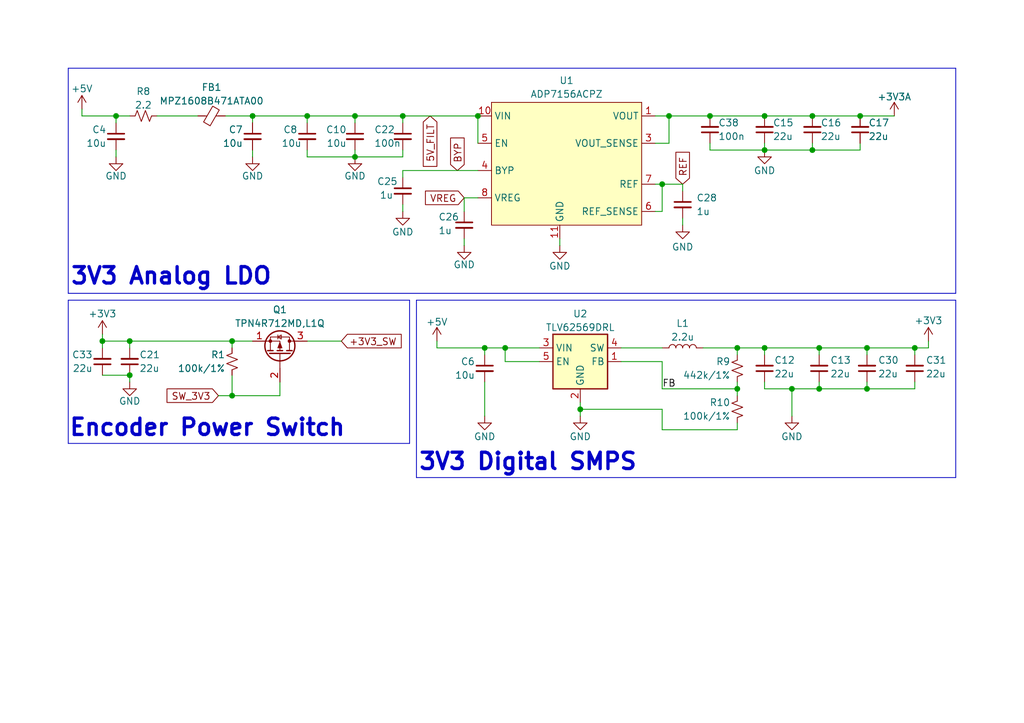
<source format=kicad_sch>
(kicad_sch
	(version 20250114)
	(generator "eeschema")
	(generator_version "9.0")
	(uuid "3d3a814c-d66c-4950-b55a-4d35e9b1c3f8")
	(paper "User" 190.5 134.62)
	(title_block
		(title "OreSat Reaction Wheel Control Board (MCXN Version)")
		(rev "3")
		(company "Chris Kane-Pardy, Portland State Aerospace Society")
	)
	(lib_symbols
		(symbol "Device:C_Small"
			(pin_numbers
				(hide yes)
			)
			(pin_names
				(offset 0.254)
				(hide yes)
			)
			(exclude_from_sim no)
			(in_bom yes)
			(on_board yes)
			(property "Reference" "C"
				(at 0.254 1.778 0)
				(effects
					(font
						(size 1.27 1.27)
					)
					(justify left)
				)
			)
			(property "Value" "C_Small"
				(at 0.254 -2.032 0)
				(effects
					(font
						(size 1.27 1.27)
					)
					(justify left)
				)
			)
			(property "Footprint" ""
				(at 0 0 0)
				(effects
					(font
						(size 1.27 1.27)
					)
					(hide yes)
				)
			)
			(property "Datasheet" "~"
				(at 0 0 0)
				(effects
					(font
						(size 1.27 1.27)
					)
					(hide yes)
				)
			)
			(property "Description" "Unpolarized capacitor, small symbol"
				(at 0 0 0)
				(effects
					(font
						(size 1.27 1.27)
					)
					(hide yes)
				)
			)
			(property "ki_keywords" "capacitor cap"
				(at 0 0 0)
				(effects
					(font
						(size 1.27 1.27)
					)
					(hide yes)
				)
			)
			(property "ki_fp_filters" "C_*"
				(at 0 0 0)
				(effects
					(font
						(size 1.27 1.27)
					)
					(hide yes)
				)
			)
			(symbol "C_Small_0_1"
				(polyline
					(pts
						(xy -1.524 0.508) (xy 1.524 0.508)
					)
					(stroke
						(width 0.3048)
						(type default)
					)
					(fill
						(type none)
					)
				)
				(polyline
					(pts
						(xy -1.524 -0.508) (xy 1.524 -0.508)
					)
					(stroke
						(width 0.3302)
						(type default)
					)
					(fill
						(type none)
					)
				)
			)
			(symbol "C_Small_1_1"
				(pin passive line
					(at 0 2.54 270)
					(length 2.032)
					(name "~"
						(effects
							(font
								(size 1.27 1.27)
							)
						)
					)
					(number "1"
						(effects
							(font
								(size 1.27 1.27)
							)
						)
					)
				)
				(pin passive line
					(at 0 -2.54 90)
					(length 2.032)
					(name "~"
						(effects
							(font
								(size 1.27 1.27)
							)
						)
					)
					(number "2"
						(effects
							(font
								(size 1.27 1.27)
							)
						)
					)
				)
			)
			(embedded_fonts no)
		)
		(symbol "Device:FerriteBead_Small"
			(pin_numbers
				(hide yes)
			)
			(pin_names
				(offset 0)
			)
			(exclude_from_sim no)
			(in_bom yes)
			(on_board yes)
			(property "Reference" "FB"
				(at 1.905 1.27 0)
				(effects
					(font
						(size 1.27 1.27)
					)
					(justify left)
				)
			)
			(property "Value" "FerriteBead_Small"
				(at 1.905 -1.27 0)
				(effects
					(font
						(size 1.27 1.27)
					)
					(justify left)
				)
			)
			(property "Footprint" ""
				(at -1.778 0 90)
				(effects
					(font
						(size 1.27 1.27)
					)
					(hide yes)
				)
			)
			(property "Datasheet" "~"
				(at 0 0 0)
				(effects
					(font
						(size 1.27 1.27)
					)
					(hide yes)
				)
			)
			(property "Description" "Ferrite bead, small symbol"
				(at 0 0 0)
				(effects
					(font
						(size 1.27 1.27)
					)
					(hide yes)
				)
			)
			(property "ki_keywords" "L ferrite bead inductor filter"
				(at 0 0 0)
				(effects
					(font
						(size 1.27 1.27)
					)
					(hide yes)
				)
			)
			(property "ki_fp_filters" "Inductor_* L_* *Ferrite*"
				(at 0 0 0)
				(effects
					(font
						(size 1.27 1.27)
					)
					(hide yes)
				)
			)
			(symbol "FerriteBead_Small_0_1"
				(polyline
					(pts
						(xy -1.8288 0.2794) (xy -1.1176 1.4986) (xy 1.8288 -0.2032) (xy 1.1176 -1.4224) (xy -1.8288 0.2794)
					)
					(stroke
						(width 0)
						(type default)
					)
					(fill
						(type none)
					)
				)
				(polyline
					(pts
						(xy 0 0.889) (xy 0 1.2954)
					)
					(stroke
						(width 0)
						(type default)
					)
					(fill
						(type none)
					)
				)
				(polyline
					(pts
						(xy 0 -1.27) (xy 0 -0.7874)
					)
					(stroke
						(width 0)
						(type default)
					)
					(fill
						(type none)
					)
				)
			)
			(symbol "FerriteBead_Small_1_1"
				(pin passive line
					(at 0 2.54 270)
					(length 1.27)
					(name "~"
						(effects
							(font
								(size 1.27 1.27)
							)
						)
					)
					(number "1"
						(effects
							(font
								(size 1.27 1.27)
							)
						)
					)
				)
				(pin passive line
					(at 0 -2.54 90)
					(length 1.27)
					(name "~"
						(effects
							(font
								(size 1.27 1.27)
							)
						)
					)
					(number "2"
						(effects
							(font
								(size 1.27 1.27)
							)
						)
					)
				)
			)
			(embedded_fonts no)
		)
		(symbol "Device:L"
			(pin_numbers
				(hide yes)
			)
			(pin_names
				(offset 1.016)
				(hide yes)
			)
			(exclude_from_sim no)
			(in_bom yes)
			(on_board yes)
			(property "Reference" "L"
				(at -1.27 0 90)
				(effects
					(font
						(size 1.27 1.27)
					)
				)
			)
			(property "Value" "L"
				(at 1.905 0 90)
				(effects
					(font
						(size 1.27 1.27)
					)
				)
			)
			(property "Footprint" ""
				(at 0 0 0)
				(effects
					(font
						(size 1.27 1.27)
					)
					(hide yes)
				)
			)
			(property "Datasheet" "~"
				(at 0 0 0)
				(effects
					(font
						(size 1.27 1.27)
					)
					(hide yes)
				)
			)
			(property "Description" "Inductor"
				(at 0 0 0)
				(effects
					(font
						(size 1.27 1.27)
					)
					(hide yes)
				)
			)
			(property "ki_keywords" "inductor choke coil reactor magnetic"
				(at 0 0 0)
				(effects
					(font
						(size 1.27 1.27)
					)
					(hide yes)
				)
			)
			(property "ki_fp_filters" "Choke_* *Coil* Inductor_* L_*"
				(at 0 0 0)
				(effects
					(font
						(size 1.27 1.27)
					)
					(hide yes)
				)
			)
			(symbol "L_0_1"
				(arc
					(start 0 2.54)
					(mid 0.6323 1.905)
					(end 0 1.27)
					(stroke
						(width 0)
						(type default)
					)
					(fill
						(type none)
					)
				)
				(arc
					(start 0 1.27)
					(mid 0.6323 0.635)
					(end 0 0)
					(stroke
						(width 0)
						(type default)
					)
					(fill
						(type none)
					)
				)
				(arc
					(start 0 0)
					(mid 0.6323 -0.635)
					(end 0 -1.27)
					(stroke
						(width 0)
						(type default)
					)
					(fill
						(type none)
					)
				)
				(arc
					(start 0 -1.27)
					(mid 0.6323 -1.905)
					(end 0 -2.54)
					(stroke
						(width 0)
						(type default)
					)
					(fill
						(type none)
					)
				)
			)
			(symbol "L_1_1"
				(pin passive line
					(at 0 3.81 270)
					(length 1.27)
					(name "1"
						(effects
							(font
								(size 1.27 1.27)
							)
						)
					)
					(number "1"
						(effects
							(font
								(size 1.27 1.27)
							)
						)
					)
				)
				(pin passive line
					(at 0 -3.81 90)
					(length 1.27)
					(name "2"
						(effects
							(font
								(size 1.27 1.27)
							)
						)
					)
					(number "2"
						(effects
							(font
								(size 1.27 1.27)
							)
						)
					)
				)
			)
			(embedded_fonts no)
		)
		(symbol "Device:R_Small_US"
			(pin_numbers
				(hide yes)
			)
			(pin_names
				(offset 0.254)
				(hide yes)
			)
			(exclude_from_sim no)
			(in_bom yes)
			(on_board yes)
			(property "Reference" "R"
				(at 0.762 0.508 0)
				(effects
					(font
						(size 1.27 1.27)
					)
					(justify left)
				)
			)
			(property "Value" "R_Small_US"
				(at 0.762 -1.016 0)
				(effects
					(font
						(size 1.27 1.27)
					)
					(justify left)
				)
			)
			(property "Footprint" ""
				(at 0 0 0)
				(effects
					(font
						(size 1.27 1.27)
					)
					(hide yes)
				)
			)
			(property "Datasheet" "~"
				(at 0 0 0)
				(effects
					(font
						(size 1.27 1.27)
					)
					(hide yes)
				)
			)
			(property "Description" "Resistor, small US symbol"
				(at 0 0 0)
				(effects
					(font
						(size 1.27 1.27)
					)
					(hide yes)
				)
			)
			(property "ki_keywords" "r resistor"
				(at 0 0 0)
				(effects
					(font
						(size 1.27 1.27)
					)
					(hide yes)
				)
			)
			(property "ki_fp_filters" "R_*"
				(at 0 0 0)
				(effects
					(font
						(size 1.27 1.27)
					)
					(hide yes)
				)
			)
			(symbol "R_Small_US_1_1"
				(polyline
					(pts
						(xy 0 1.524) (xy 1.016 1.143) (xy 0 0.762) (xy -1.016 0.381) (xy 0 0)
					)
					(stroke
						(width 0)
						(type default)
					)
					(fill
						(type none)
					)
				)
				(polyline
					(pts
						(xy 0 0) (xy 1.016 -0.381) (xy 0 -0.762) (xy -1.016 -1.143) (xy 0 -1.524)
					)
					(stroke
						(width 0)
						(type default)
					)
					(fill
						(type none)
					)
				)
				(pin passive line
					(at 0 2.54 270)
					(length 1.016)
					(name "~"
						(effects
							(font
								(size 1.27 1.27)
							)
						)
					)
					(number "1"
						(effects
							(font
								(size 1.27 1.27)
							)
						)
					)
				)
				(pin passive line
					(at 0 -2.54 90)
					(length 1.016)
					(name "~"
						(effects
							(font
								(size 1.27 1.27)
							)
						)
					)
					(number "2"
						(effects
							(font
								(size 1.27 1.27)
							)
						)
					)
				)
			)
			(embedded_fonts no)
		)
		(symbol "MCXN-rev-3-symbols:+3V3A"
			(power)
			(pin_names
				(offset 0)
			)
			(exclude_from_sim no)
			(in_bom yes)
			(on_board yes)
			(property "Reference" "#PWR"
				(at 0 -3.81 0)
				(effects
					(font
						(size 1.27 1.27)
					)
					(hide yes)
				)
			)
			(property "Value" "+3V3A"
				(at 0 3.556 0)
				(effects
					(font
						(size 1.27 1.27)
					)
				)
			)
			(property "Footprint" ""
				(at 0 0 0)
				(effects
					(font
						(size 1.27 1.27)
					)
					(hide yes)
				)
			)
			(property "Datasheet" ""
				(at 0 0 0)
				(effects
					(font
						(size 1.27 1.27)
					)
					(hide yes)
				)
			)
			(property "Description" "Power symbol creates a global label with name \"+3V3\""
				(at 0 0 0)
				(effects
					(font
						(size 1.27 1.27)
					)
					(hide yes)
				)
			)
			(property "ki_keywords" "power-flag"
				(at 0 0 0)
				(effects
					(font
						(size 1.27 1.27)
					)
					(hide yes)
				)
			)
			(symbol "+3V3A_0_1"
				(polyline
					(pts
						(xy -0.762 1.27) (xy 0 2.54)
					)
					(stroke
						(width 0)
						(type default)
					)
					(fill
						(type none)
					)
				)
				(polyline
					(pts
						(xy 0 2.54) (xy 0.762 1.27)
					)
					(stroke
						(width 0)
						(type default)
					)
					(fill
						(type none)
					)
				)
				(polyline
					(pts
						(xy 0 0) (xy 0 2.54)
					)
					(stroke
						(width 0)
						(type default)
					)
					(fill
						(type none)
					)
				)
			)
			(symbol "+3V3A_1_1"
				(pin power_in line
					(at 0 0 90)
					(length 0)
					(hide yes)
					(name "+3V3A"
						(effects
							(font
								(size 1.27 1.27)
							)
						)
					)
					(number "1"
						(effects
							(font
								(size 1.27 1.27)
							)
						)
					)
				)
			)
			(embedded_fonts no)
		)
		(symbol "MCXN-rev-3-symbols:ADP7156ACPZ"
			(exclude_from_sim no)
			(in_bom yes)
			(on_board yes)
			(property "Reference" "U"
				(at 0 7.62 0)
				(effects
					(font
						(size 1.27 1.27)
					)
				)
			)
			(property "Value" "ADP7156ACPZ"
				(at 0 7.62 0)
				(effects
					(font
						(size 1.27 1.27)
					)
				)
			)
			(property "Footprint" ""
				(at 0 7.62 0)
				(effects
					(font
						(size 1.27 1.27)
					)
					(hide yes)
				)
			)
			(property "Datasheet" ""
				(at 0 7.62 0)
				(effects
					(font
						(size 1.27 1.27)
					)
					(hide yes)
				)
			)
			(property "Description" ""
				(at 0 0 0)
				(effects
					(font
						(size 1.27 1.27)
					)
					(hide yes)
				)
			)
			(symbol "ADP7156ACPZ_0_1"
				(rectangle
					(start -5.08 5.08)
					(end 22.86 -17.78)
					(stroke
						(width 0)
						(type default)
					)
					(fill
						(type background)
					)
				)
			)
			(symbol "ADP7156ACPZ_1_1"
				(pin power_in line
					(at -7.62 2.54 0)
					(length 2.54)
					(name "VIN"
						(effects
							(font
								(size 1.27 1.27)
							)
						)
					)
					(number "10"
						(effects
							(font
								(size 1.27 1.27)
							)
						)
					)
				)
				(pin unspecified line
					(at -7.62 2.54 0)
					(length 2.54)
					(hide yes)
					(name "VIN"
						(effects
							(font
								(size 1.27 1.27)
							)
						)
					)
					(number "9"
						(effects
							(font
								(size 1.27 1.27)
							)
						)
					)
				)
				(pin input line
					(at -7.62 -2.54 0)
					(length 2.54)
					(name "EN"
						(effects
							(font
								(size 1.27 1.27)
							)
						)
					)
					(number "5"
						(effects
							(font
								(size 1.27 1.27)
							)
						)
					)
				)
				(pin input line
					(at -7.62 -7.62 0)
					(length 2.54)
					(name "BYP"
						(effects
							(font
								(size 1.27 1.27)
							)
						)
					)
					(number "4"
						(effects
							(font
								(size 1.27 1.27)
							)
						)
					)
				)
				(pin input line
					(at -7.62 -12.7 0)
					(length 2.54)
					(name "VREG"
						(effects
							(font
								(size 1.27 1.27)
							)
						)
					)
					(number "8"
						(effects
							(font
								(size 1.27 1.27)
							)
						)
					)
				)
				(pin power_in line
					(at 7.62 -20.32 90)
					(length 2.54)
					(name "GND"
						(effects
							(font
								(size 1.27 1.27)
							)
						)
					)
					(number "11"
						(effects
							(font
								(size 1.27 1.27)
							)
						)
					)
				)
				(pin power_out line
					(at 25.4 2.54 180)
					(length 2.54)
					(name "VOUT"
						(effects
							(font
								(size 1.27 1.27)
							)
						)
					)
					(number "1"
						(effects
							(font
								(size 1.27 1.27)
							)
						)
					)
				)
				(pin unspecified line
					(at 25.4 2.54 180)
					(length 2.54)
					(hide yes)
					(name "VOUT"
						(effects
							(font
								(size 1.27 1.27)
							)
						)
					)
					(number "2"
						(effects
							(font
								(size 1.27 1.27)
							)
						)
					)
				)
				(pin power_out line
					(at 25.4 -2.54 180)
					(length 2.54)
					(name "VOUT_SENSE"
						(effects
							(font
								(size 1.27 1.27)
							)
						)
					)
					(number "3"
						(effects
							(font
								(size 1.27 1.27)
							)
						)
					)
				)
				(pin power_out line
					(at 25.4 -10.16 180)
					(length 2.54)
					(name "REF"
						(effects
							(font
								(size 1.27 1.27)
							)
						)
					)
					(number "7"
						(effects
							(font
								(size 1.27 1.27)
							)
						)
					)
				)
				(pin power_out line
					(at 25.4 -15.24 180)
					(length 2.54)
					(name "REF_SENSE"
						(effects
							(font
								(size 1.27 1.27)
							)
						)
					)
					(number "6"
						(effects
							(font
								(size 1.27 1.27)
							)
						)
					)
				)
			)
			(embedded_fonts no)
		)
		(symbol "Regulator_Switching:TLV62569DRL"
			(exclude_from_sim no)
			(in_bom yes)
			(on_board yes)
			(property "Reference" "U"
				(at -5.08 6.35 0)
				(effects
					(font
						(size 1.27 1.27)
					)
					(justify left)
				)
			)
			(property "Value" "TLV62569DRL"
				(at 0 6.35 0)
				(effects
					(font
						(size 1.27 1.27)
					)
					(justify left)
				)
			)
			(property "Footprint" "Package_TO_SOT_SMD:SOT-563"
				(at 1.27 -6.35 0)
				(effects
					(font
						(size 1.27 1.27)
						(italic yes)
					)
					(justify left)
					(hide yes)
				)
			)
			(property "Datasheet" "http://www.ti.com/lit/ds/symlink/tlv62569.pdf"
				(at -6.35 11.43 0)
				(effects
					(font
						(size 1.27 1.27)
					)
					(hide yes)
				)
			)
			(property "Description" "High Efficiency Synchronous Buck Converter, Adjustable Output 0.6V-5.5V, 2A, SOT-563-6"
				(at 0 0 0)
				(effects
					(font
						(size 1.27 1.27)
					)
					(hide yes)
				)
			)
			(property "ki_keywords" "Step-Down Buck DC-DC Regulator Adjustable"
				(at 0 0 0)
				(effects
					(font
						(size 1.27 1.27)
					)
					(hide yes)
				)
			)
			(property "ki_fp_filters" "SOT*563*"
				(at 0 0 0)
				(effects
					(font
						(size 1.27 1.27)
					)
					(hide yes)
				)
			)
			(symbol "TLV62569DRL_0_1"
				(rectangle
					(start -5.08 5.08)
					(end 5.08 -5.08)
					(stroke
						(width 0.254)
						(type default)
					)
					(fill
						(type background)
					)
				)
			)
			(symbol "TLV62569DRL_1_1"
				(pin power_in line
					(at -7.62 2.54 0)
					(length 2.54)
					(name "VIN"
						(effects
							(font
								(size 1.27 1.27)
							)
						)
					)
					(number "3"
						(effects
							(font
								(size 1.27 1.27)
							)
						)
					)
				)
				(pin input line
					(at -7.62 0 0)
					(length 2.54)
					(name "EN"
						(effects
							(font
								(size 1.27 1.27)
							)
						)
					)
					(number "5"
						(effects
							(font
								(size 1.27 1.27)
							)
						)
					)
				)
				(pin power_in line
					(at 0 -7.62 90)
					(length 2.54)
					(name "GND"
						(effects
							(font
								(size 1.27 1.27)
							)
						)
					)
					(number "2"
						(effects
							(font
								(size 1.27 1.27)
							)
						)
					)
				)
				(pin no_connect line
					(at 5.08 -2.54 180)
					(length 2.54)
					(hide yes)
					(name "NC"
						(effects
							(font
								(size 1.27 1.27)
							)
						)
					)
					(number "6"
						(effects
							(font
								(size 1.27 1.27)
							)
						)
					)
				)
				(pin power_out line
					(at 7.62 2.54 180)
					(length 2.54)
					(name "SW"
						(effects
							(font
								(size 1.27 1.27)
							)
						)
					)
					(number "4"
						(effects
							(font
								(size 1.27 1.27)
							)
						)
					)
				)
				(pin input line
					(at 7.62 0 180)
					(length 2.54)
					(name "FB"
						(effects
							(font
								(size 1.27 1.27)
							)
						)
					)
					(number "1"
						(effects
							(font
								(size 1.27 1.27)
							)
						)
					)
				)
			)
			(embedded_fonts no)
		)
		(symbol "Transistor_FET:Q_PMOS_SGD"
			(pin_names
				(offset 0)
				(hide yes)
			)
			(exclude_from_sim no)
			(in_bom yes)
			(on_board yes)
			(property "Reference" "Q"
				(at 5.08 1.905 0)
				(effects
					(font
						(size 1.27 1.27)
					)
					(justify left)
				)
			)
			(property "Value" "Q_PMOS_SGD"
				(at 5.08 0 0)
				(effects
					(font
						(size 1.27 1.27)
					)
					(justify left)
				)
			)
			(property "Footprint" ""
				(at 5.08 2.54 0)
				(effects
					(font
						(size 1.27 1.27)
					)
					(hide yes)
				)
			)
			(property "Datasheet" "~"
				(at 0 0 0)
				(effects
					(font
						(size 1.27 1.27)
					)
					(hide yes)
				)
			)
			(property "Description" "P-MOSFET transistor, source/gate/drain"
				(at 0 0 0)
				(effects
					(font
						(size 1.27 1.27)
					)
					(hide yes)
				)
			)
			(property "ki_keywords" "transistor PMOS P-MOS P-MOSFET"
				(at 0 0 0)
				(effects
					(font
						(size 1.27 1.27)
					)
					(hide yes)
				)
			)
			(symbol "Q_PMOS_SGD_0_1"
				(polyline
					(pts
						(xy 0.254 1.905) (xy 0.254 -1.905)
					)
					(stroke
						(width 0.254)
						(type default)
					)
					(fill
						(type none)
					)
				)
				(polyline
					(pts
						(xy 0.254 0) (xy -2.54 0)
					)
					(stroke
						(width 0)
						(type default)
					)
					(fill
						(type none)
					)
				)
				(polyline
					(pts
						(xy 0.762 2.286) (xy 0.762 1.27)
					)
					(stroke
						(width 0.254)
						(type default)
					)
					(fill
						(type none)
					)
				)
				(polyline
					(pts
						(xy 0.762 1.778) (xy 3.302 1.778) (xy 3.302 -1.778) (xy 0.762 -1.778)
					)
					(stroke
						(width 0)
						(type default)
					)
					(fill
						(type none)
					)
				)
				(polyline
					(pts
						(xy 0.762 0.508) (xy 0.762 -0.508)
					)
					(stroke
						(width 0.254)
						(type default)
					)
					(fill
						(type none)
					)
				)
				(polyline
					(pts
						(xy 0.762 -1.27) (xy 0.762 -2.286)
					)
					(stroke
						(width 0.254)
						(type default)
					)
					(fill
						(type none)
					)
				)
				(circle
					(center 1.651 0)
					(radius 2.794)
					(stroke
						(width 0.254)
						(type default)
					)
					(fill
						(type none)
					)
				)
				(polyline
					(pts
						(xy 2.286 0) (xy 1.27 0.381) (xy 1.27 -0.381) (xy 2.286 0)
					)
					(stroke
						(width 0)
						(type default)
					)
					(fill
						(type outline)
					)
				)
				(polyline
					(pts
						(xy 2.54 2.54) (xy 2.54 1.778)
					)
					(stroke
						(width 0)
						(type default)
					)
					(fill
						(type none)
					)
				)
				(circle
					(center 2.54 1.778)
					(radius 0.254)
					(stroke
						(width 0)
						(type default)
					)
					(fill
						(type outline)
					)
				)
				(circle
					(center 2.54 -1.778)
					(radius 0.254)
					(stroke
						(width 0)
						(type default)
					)
					(fill
						(type outline)
					)
				)
				(polyline
					(pts
						(xy 2.54 -2.54) (xy 2.54 0) (xy 0.762 0)
					)
					(stroke
						(width 0)
						(type default)
					)
					(fill
						(type none)
					)
				)
				(polyline
					(pts
						(xy 2.921 -0.381) (xy 3.683 -0.381)
					)
					(stroke
						(width 0)
						(type default)
					)
					(fill
						(type none)
					)
				)
				(polyline
					(pts
						(xy 3.302 -0.381) (xy 2.921 0.254) (xy 3.683 0.254) (xy 3.302 -0.381)
					)
					(stroke
						(width 0)
						(type default)
					)
					(fill
						(type none)
					)
				)
			)
			(symbol "Q_PMOS_SGD_1_1"
				(pin input line
					(at -5.08 0 0)
					(length 2.54)
					(name "G"
						(effects
							(font
								(size 1.27 1.27)
							)
						)
					)
					(number "2"
						(effects
							(font
								(size 1.27 1.27)
							)
						)
					)
				)
				(pin passive line
					(at 2.54 5.08 270)
					(length 2.54)
					(name "D"
						(effects
							(font
								(size 1.27 1.27)
							)
						)
					)
					(number "3"
						(effects
							(font
								(size 1.27 1.27)
							)
						)
					)
				)
				(pin passive line
					(at 2.54 -5.08 90)
					(length 2.54)
					(name "S"
						(effects
							(font
								(size 1.27 1.27)
							)
						)
					)
					(number "1"
						(effects
							(font
								(size 1.27 1.27)
							)
						)
					)
				)
			)
			(embedded_fonts no)
		)
		(symbol "power:+3V3"
			(power)
			(pin_numbers
				(hide yes)
			)
			(pin_names
				(offset 0)
				(hide yes)
			)
			(exclude_from_sim no)
			(in_bom yes)
			(on_board yes)
			(property "Reference" "#PWR"
				(at 0 -3.81 0)
				(effects
					(font
						(size 1.27 1.27)
					)
					(hide yes)
				)
			)
			(property "Value" "+3V3"
				(at 0 3.556 0)
				(effects
					(font
						(size 1.27 1.27)
					)
				)
			)
			(property "Footprint" ""
				(at 0 0 0)
				(effects
					(font
						(size 1.27 1.27)
					)
					(hide yes)
				)
			)
			(property "Datasheet" ""
				(at 0 0 0)
				(effects
					(font
						(size 1.27 1.27)
					)
					(hide yes)
				)
			)
			(property "Description" "Power symbol creates a global label with name \"+3V3\""
				(at 0 0 0)
				(effects
					(font
						(size 1.27 1.27)
					)
					(hide yes)
				)
			)
			(property "ki_keywords" "global power"
				(at 0 0 0)
				(effects
					(font
						(size 1.27 1.27)
					)
					(hide yes)
				)
			)
			(symbol "+3V3_0_1"
				(polyline
					(pts
						(xy -0.762 1.27) (xy 0 2.54)
					)
					(stroke
						(width 0)
						(type default)
					)
					(fill
						(type none)
					)
				)
				(polyline
					(pts
						(xy 0 2.54) (xy 0.762 1.27)
					)
					(stroke
						(width 0)
						(type default)
					)
					(fill
						(type none)
					)
				)
				(polyline
					(pts
						(xy 0 0) (xy 0 2.54)
					)
					(stroke
						(width 0)
						(type default)
					)
					(fill
						(type none)
					)
				)
			)
			(symbol "+3V3_1_1"
				(pin power_in line
					(at 0 0 90)
					(length 0)
					(name "~"
						(effects
							(font
								(size 1.27 1.27)
							)
						)
					)
					(number "1"
						(effects
							(font
								(size 1.27 1.27)
							)
						)
					)
				)
			)
			(embedded_fonts no)
		)
		(symbol "power:+5V"
			(power)
			(pin_numbers
				(hide yes)
			)
			(pin_names
				(offset 0)
				(hide yes)
			)
			(exclude_from_sim no)
			(in_bom yes)
			(on_board yes)
			(property "Reference" "#PWR"
				(at 0 -3.81 0)
				(effects
					(font
						(size 1.27 1.27)
					)
					(hide yes)
				)
			)
			(property "Value" "+5V"
				(at 0 3.556 0)
				(effects
					(font
						(size 1.27 1.27)
					)
				)
			)
			(property "Footprint" ""
				(at 0 0 0)
				(effects
					(font
						(size 1.27 1.27)
					)
					(hide yes)
				)
			)
			(property "Datasheet" ""
				(at 0 0 0)
				(effects
					(font
						(size 1.27 1.27)
					)
					(hide yes)
				)
			)
			(property "Description" "Power symbol creates a global label with name \"+5V\""
				(at 0 0 0)
				(effects
					(font
						(size 1.27 1.27)
					)
					(hide yes)
				)
			)
			(property "ki_keywords" "global power"
				(at 0 0 0)
				(effects
					(font
						(size 1.27 1.27)
					)
					(hide yes)
				)
			)
			(symbol "+5V_0_1"
				(polyline
					(pts
						(xy -0.762 1.27) (xy 0 2.54)
					)
					(stroke
						(width 0)
						(type default)
					)
					(fill
						(type none)
					)
				)
				(polyline
					(pts
						(xy 0 2.54) (xy 0.762 1.27)
					)
					(stroke
						(width 0)
						(type default)
					)
					(fill
						(type none)
					)
				)
				(polyline
					(pts
						(xy 0 0) (xy 0 2.54)
					)
					(stroke
						(width 0)
						(type default)
					)
					(fill
						(type none)
					)
				)
			)
			(symbol "+5V_1_1"
				(pin power_in line
					(at 0 0 90)
					(length 0)
					(name "~"
						(effects
							(font
								(size 1.27 1.27)
							)
						)
					)
					(number "1"
						(effects
							(font
								(size 1.27 1.27)
							)
						)
					)
				)
			)
			(embedded_fonts no)
		)
		(symbol "power:GND"
			(power)
			(pin_numbers
				(hide yes)
			)
			(pin_names
				(offset 0)
				(hide yes)
			)
			(exclude_from_sim no)
			(in_bom yes)
			(on_board yes)
			(property "Reference" "#PWR"
				(at 0 -6.35 0)
				(effects
					(font
						(size 1.27 1.27)
					)
					(hide yes)
				)
			)
			(property "Value" "GND"
				(at 0 -3.81 0)
				(effects
					(font
						(size 1.27 1.27)
					)
				)
			)
			(property "Footprint" ""
				(at 0 0 0)
				(effects
					(font
						(size 1.27 1.27)
					)
					(hide yes)
				)
			)
			(property "Datasheet" ""
				(at 0 0 0)
				(effects
					(font
						(size 1.27 1.27)
					)
					(hide yes)
				)
			)
			(property "Description" "Power symbol creates a global label with name \"GND\" , ground"
				(at 0 0 0)
				(effects
					(font
						(size 1.27 1.27)
					)
					(hide yes)
				)
			)
			(property "ki_keywords" "global power"
				(at 0 0 0)
				(effects
					(font
						(size 1.27 1.27)
					)
					(hide yes)
				)
			)
			(symbol "GND_0_1"
				(polyline
					(pts
						(xy 0 0) (xy 0 -1.27) (xy 1.27 -1.27) (xy 0 -2.54) (xy -1.27 -1.27) (xy 0 -1.27)
					)
					(stroke
						(width 0)
						(type default)
					)
					(fill
						(type none)
					)
				)
			)
			(symbol "GND_1_1"
				(pin power_in line
					(at 0 0 270)
					(length 0)
					(name "~"
						(effects
							(font
								(size 1.27 1.27)
							)
						)
					)
					(number "1"
						(effects
							(font
								(size 1.27 1.27)
							)
						)
					)
				)
			)
			(embedded_fonts no)
		)
	)
	(text "3V3 Digital SMPS"
		(exclude_from_sim no)
		(at 77.724 87.884 0)
		(effects
			(font
				(size 3.048 3.048)
				(thickness 0.6096)
				(bold yes)
			)
			(justify left bottom)
		)
		(uuid "5b2e295e-244f-41bd-a781-639de9871518")
	)
	(text "3V3 Analog LDO"
		(exclude_from_sim no)
		(at 12.954 53.34 0)
		(effects
			(font
				(size 3.048 3.048)
				(thickness 0.6096)
				(bold yes)
			)
			(justify left bottom)
		)
		(uuid "7cdbf714-70e1-4944-aca8-a9e4bd62cabe")
	)
	(text "Encoder Power Switch"
		(exclude_from_sim no)
		(at 12.7 81.534 0)
		(effects
			(font
				(size 3.048 3.048)
				(thickness 0.6096)
				(bold yes)
			)
			(justify left bottom)
		)
		(uuid "eb274aee-4e0e-4ce4-a30c-8ce532c5b2ab")
	)
	(junction
		(at 152.4 72.39)
		(diameter 0)
		(color 0 0 0 0)
		(uuid "003523b0-6448-49a4-8fac-ccea09d867b3")
	)
	(junction
		(at 19.05 63.5)
		(diameter 0)
		(color 0 0 0 0)
		(uuid "04781e2e-72dd-4a9b-9fcf-d01f4e87ddc3")
	)
	(junction
		(at 43.18 73.66)
		(diameter 0)
		(color 0 0 0 0)
		(uuid "0ebaf027-4763-4518-b3dc-f932b04efa17")
	)
	(junction
		(at 66.04 29.21)
		(diameter 0)
		(color 0 0 0 0)
		(uuid "1d2d233b-2c1e-438d-acd2-8d8c42764548")
	)
	(junction
		(at 142.24 27.94)
		(diameter 0)
		(color 0 0 0 0)
		(uuid "264f6dfb-47af-459d-9784-7d46c33d4e12")
	)
	(junction
		(at 137.16 64.77)
		(diameter 0)
		(color 0 0 0 0)
		(uuid "33640362-0ee9-4839-9871-0049db3e86e6")
	)
	(junction
		(at 152.4 64.77)
		(diameter 0)
		(color 0 0 0 0)
		(uuid "396b21a5-61b3-4539-bc07-d8f2e7742c38")
	)
	(junction
		(at 142.24 21.59)
		(diameter 0)
		(color 0 0 0 0)
		(uuid "3ab59943-ccbb-4e07-9503-cb15191486c6")
	)
	(junction
		(at 142.24 64.77)
		(diameter 0)
		(color 0 0 0 0)
		(uuid "43379ace-1b1e-4da9-aa46-a1dfede833b8")
	)
	(junction
		(at 123.19 34.29)
		(diameter 0)
		(color 0 0 0 0)
		(uuid "6f075bf7-789c-491a-ad8d-c12e99353cfc")
	)
	(junction
		(at 132.08 21.59)
		(diameter 0)
		(color 0 0 0 0)
		(uuid "72633796-4007-4b84-8dab-02ce0ee44ecd")
	)
	(junction
		(at 24.13 63.5)
		(diameter 0)
		(color 0 0 0 0)
		(uuid "799198e3-7611-4eef-bb6b-67d0bf51cae6")
	)
	(junction
		(at 147.32 72.39)
		(diameter 0)
		(color 0 0 0 0)
		(uuid "8564846d-7b3d-4d0c-a424-32d89d6e0e07")
	)
	(junction
		(at 74.93 21.59)
		(diameter 0)
		(color 0 0 0 0)
		(uuid "8fb4ec2d-34df-4e2a-95bd-a4e895942664")
	)
	(junction
		(at 93.98 64.77)
		(diameter 0)
		(color 0 0 0 0)
		(uuid "94f8fea3-c86b-4912-b0b4-f818387458e2")
	)
	(junction
		(at 46.99 21.59)
		(diameter 0)
		(color 0 0 0 0)
		(uuid "99d2bbb0-72c0-4c29-b2a1-026c46edf58e")
	)
	(junction
		(at 161.29 72.39)
		(diameter 0)
		(color 0 0 0 0)
		(uuid "9be2aa4e-0e89-4f9d-bfdc-93249c05dc69")
	)
	(junction
		(at 151.13 21.59)
		(diameter 0)
		(color 0 0 0 0)
		(uuid "9d4ae494-450e-46f1-9c8e-507ad28153d8")
	)
	(junction
		(at 90.17 64.77)
		(diameter 0)
		(color 0 0 0 0)
		(uuid "a169fbcc-12a1-4647-8519-a670fefaa927")
	)
	(junction
		(at 107.95 76.2)
		(diameter 0)
		(color 0 0 0 0)
		(uuid "a1e69a5d-815d-45eb-b5ba-2f30fbc94f55")
	)
	(junction
		(at 88.9 21.59)
		(diameter 0)
		(color 0 0 0 0)
		(uuid "b2b42e9c-0a13-4eea-b92c-e49c42551447")
	)
	(junction
		(at 21.59 21.59)
		(diameter 0)
		(color 0 0 0 0)
		(uuid "b609a5bd-0762-4f15-bdcd-dcf9329d6877")
	)
	(junction
		(at 43.18 63.5)
		(diameter 0)
		(color 0 0 0 0)
		(uuid "c0f2a66d-8ef6-4445-9591-f6a9dc570a6d")
	)
	(junction
		(at 57.15 21.59)
		(diameter 0)
		(color 0 0 0 0)
		(uuid "c3ca70cc-dd5e-43a2-bc75-a37e7bacdca1")
	)
	(junction
		(at 161.29 64.77)
		(diameter 0)
		(color 0 0 0 0)
		(uuid "ca050f22-4eee-4689-aec6-5bfa4b0448bf")
	)
	(junction
		(at 24.13 69.85)
		(diameter 0)
		(color 0 0 0 0)
		(uuid "d9b208b9-e1fc-4f33-970f-8ecb948f0558")
	)
	(junction
		(at 170.18 64.77)
		(diameter 0)
		(color 0 0 0 0)
		(uuid "dd6a9c92-52a6-4e2e-a117-878e919499f3")
	)
	(junction
		(at 137.16 72.39)
		(diameter 0)
		(color 0 0 0 0)
		(uuid "dfa40fe1-d989-4a02-b767-4f220ff94b11")
	)
	(junction
		(at 151.13 27.94)
		(diameter 0)
		(color 0 0 0 0)
		(uuid "effa188f-e74e-4da4-9d3f-3e3b8a233f12")
	)
	(junction
		(at 124.46 21.59)
		(diameter 0)
		(color 0 0 0 0)
		(uuid "f48016e5-cbef-423f-9cf9-cf7ac4279069")
	)
	(junction
		(at 160.02 21.59)
		(diameter 0)
		(color 0 0 0 0)
		(uuid "fbdddbd8-7f5f-4526-92e9-d27bdab9c8ef")
	)
	(junction
		(at 66.04 21.59)
		(diameter 0)
		(color 0 0 0 0)
		(uuid "fe44bf5e-9515-48e4-8844-f958c19b5311")
	)
	(wire
		(pts
			(xy 137.16 73.66) (xy 137.16 72.39)
		)
		(stroke
			(width 0)
			(type default)
		)
		(uuid "00f087c9-2750-4ae6-91ce-4291e2a8ed22")
	)
	(wire
		(pts
			(xy 41.91 21.59) (xy 46.99 21.59)
		)
		(stroke
			(width 0)
			(type default)
		)
		(uuid "034b98a3-171c-4ef2-a137-9cb4e9c5f9a3")
	)
	(polyline
		(pts
			(xy 12.7 55.88) (xy 76.2 55.88)
		)
		(stroke
			(width 0)
			(type default)
		)
		(uuid "05b123f5-1145-4a2b-8fd2-1af8dc2370a0")
	)
	(wire
		(pts
			(xy 160.02 21.59) (xy 166.37 21.59)
		)
		(stroke
			(width 0)
			(type default)
		)
		(uuid "08025309-d59b-4472-946b-32788ca00b66")
	)
	(wire
		(pts
			(xy 43.18 69.85) (xy 43.18 73.66)
		)
		(stroke
			(width 0)
			(type default)
		)
		(uuid "088d87e5-4f96-43a9-b078-6b2b947f4d18")
	)
	(wire
		(pts
			(xy 121.92 34.29) (xy 123.19 34.29)
		)
		(stroke
			(width 0)
			(type default)
		)
		(uuid "09caeb69-31bb-4cfd-bbff-ba7d0e4f115a")
	)
	(wire
		(pts
			(xy 66.04 22.86) (xy 66.04 21.59)
		)
		(stroke
			(width 0)
			(type default)
		)
		(uuid "0a3bbad3-c22e-43ca-a9ff-cbdd0bece506")
	)
	(wire
		(pts
			(xy 107.95 76.2) (xy 107.95 74.93)
		)
		(stroke
			(width 0)
			(type default)
		)
		(uuid "0de6d86a-d0c7-4d37-8644-d1c2d670a0dd")
	)
	(wire
		(pts
			(xy 123.19 64.77) (xy 115.57 64.77)
		)
		(stroke
			(width 0)
			(type default)
		)
		(uuid "0f342c32-c7d0-4632-a9ee-125ee0be97fc")
	)
	(wire
		(pts
			(xy 130.81 64.77) (xy 137.16 64.77)
		)
		(stroke
			(width 0)
			(type default)
		)
		(uuid "0fa0f827-defe-44eb-a1af-b49893cec1b2")
	)
	(wire
		(pts
			(xy 74.93 33.02) (xy 74.93 31.75)
		)
		(stroke
			(width 0)
			(type default)
		)
		(uuid "1581bc6e-98e6-45fd-b9b2-c520fec4f151")
	)
	(wire
		(pts
			(xy 74.93 29.21) (xy 74.93 27.94)
		)
		(stroke
			(width 0)
			(type default)
		)
		(uuid "17fb783d-f24d-439f-ada4-36f036a56757")
	)
	(wire
		(pts
			(xy 151.13 27.94) (xy 151.13 26.67)
		)
		(stroke
			(width 0)
			(type default)
		)
		(uuid "1adaac37-d83b-4783-a58c-7a1051e697a4")
	)
	(wire
		(pts
			(xy 152.4 72.39) (xy 161.29 72.39)
		)
		(stroke
			(width 0)
			(type default)
		)
		(uuid "1e62a489-aee8-4a1e-a6fe-8c03219324fd")
	)
	(wire
		(pts
			(xy 152.4 72.39) (xy 152.4 71.12)
		)
		(stroke
			(width 0)
			(type default)
		)
		(uuid "22eccd0e-02ea-41ab-9ac8-b548e6121549")
	)
	(wire
		(pts
			(xy 123.19 72.39) (xy 123.19 67.31)
		)
		(stroke
			(width 0)
			(type default)
		)
		(uuid "23527fb0-2728-4b40-8286-cc14b69cd1c6")
	)
	(wire
		(pts
			(xy 170.18 64.77) (xy 172.72 64.77)
		)
		(stroke
			(width 0)
			(type default)
		)
		(uuid "23a80c31-eb54-4b6a-9f7a-215041bb7b54")
	)
	(wire
		(pts
			(xy 152.4 64.77) (xy 152.4 66.04)
		)
		(stroke
			(width 0)
			(type default)
		)
		(uuid "2513f55c-5693-4108-b59a-3be5accde891")
	)
	(wire
		(pts
			(xy 160.02 27.94) (xy 151.13 27.94)
		)
		(stroke
			(width 0)
			(type default)
		)
		(uuid "2705650d-d6f0-4d98-aebe-d1342f52f0f6")
	)
	(wire
		(pts
			(xy 132.08 21.59) (xy 142.24 21.59)
		)
		(stroke
			(width 0)
			(type default)
		)
		(uuid "28682000-2fc2-426b-8147-ca6c7f4fffd6")
	)
	(wire
		(pts
			(xy 90.17 66.04) (xy 90.17 64.77)
		)
		(stroke
			(width 0)
			(type default)
		)
		(uuid "29b2e5c7-6c64-4a67-b440-8ef5ec09323e")
	)
	(wire
		(pts
			(xy 74.93 22.86) (xy 74.93 21.59)
		)
		(stroke
			(width 0)
			(type default)
		)
		(uuid "2a12b1bf-b08e-4528-a0f7-191b1a3fce0b")
	)
	(wire
		(pts
			(xy 170.18 72.39) (xy 170.18 71.12)
		)
		(stroke
			(width 0)
			(type default)
		)
		(uuid "2a56eb9c-d32b-44d7-8537-823cb0787749")
	)
	(wire
		(pts
			(xy 57.15 29.21) (xy 66.04 29.21)
		)
		(stroke
			(width 0)
			(type default)
		)
		(uuid "2bd6d8eb-581c-4cb8-9d7f-66a7e0fdb3e3")
	)
	(wire
		(pts
			(xy 107.95 76.2) (xy 123.19 76.2)
		)
		(stroke
			(width 0)
			(type default)
		)
		(uuid "30af4bf7-d2e1-49b2-b487-a1f900da4816")
	)
	(wire
		(pts
			(xy 142.24 66.04) (xy 142.24 64.77)
		)
		(stroke
			(width 0)
			(type default)
		)
		(uuid "31ff49ac-4dca-4cc7-81c3-4d71add466dd")
	)
	(wire
		(pts
			(xy 123.19 67.31) (xy 115.57 67.31)
		)
		(stroke
			(width 0)
			(type default)
		)
		(uuid "347b71d9-1c12-43bd-9744-a5f09657c62e")
	)
	(wire
		(pts
			(xy 74.93 31.75) (xy 88.9 31.75)
		)
		(stroke
			(width 0)
			(type default)
		)
		(uuid "34aff1f5-2a1f-45de-8c45-491693f08f5a")
	)
	(wire
		(pts
			(xy 93.98 67.31) (xy 100.33 67.31)
		)
		(stroke
			(width 0)
			(type default)
		)
		(uuid "36303bda-dec2-41b5-b5e1-6ba3c04d83df")
	)
	(wire
		(pts
			(xy 93.98 67.31) (xy 93.98 64.77)
		)
		(stroke
			(width 0)
			(type default)
		)
		(uuid "37802a64-f546-4d9b-9ce2-204c9701bfcb")
	)
	(wire
		(pts
			(xy 121.92 21.59) (xy 124.46 21.59)
		)
		(stroke
			(width 0)
			(type default)
		)
		(uuid "37ee3201-4e41-4294-9ca9-d137db6294d2")
	)
	(wire
		(pts
			(xy 142.24 72.39) (xy 142.24 71.12)
		)
		(stroke
			(width 0)
			(type default)
		)
		(uuid "3850b707-ea74-4791-9199-19177c7e80f9")
	)
	(polyline
		(pts
			(xy 76.2 55.88) (xy 76.2 82.55)
		)
		(stroke
			(width 0)
			(type default)
		)
		(uuid "38a1f7a7-850c-4e16-9739-4920ecdab942")
	)
	(wire
		(pts
			(xy 161.29 72.39) (xy 170.18 72.39)
		)
		(stroke
			(width 0)
			(type default)
		)
		(uuid "39691f35-3a1c-48af-80aa-5352ca7b86e6")
	)
	(polyline
		(pts
			(xy 177.8 12.7) (xy 177.8 54.61)
		)
		(stroke
			(width 0)
			(type default)
		)
		(uuid "3dea2c65-3404-423c-a4a0-8181e28aa195")
	)
	(wire
		(pts
			(xy 74.93 21.59) (xy 88.9 21.59)
		)
		(stroke
			(width 0)
			(type default)
		)
		(uuid "4280fcb0-4de4-4d6d-a11f-a0d701ff6a84")
	)
	(polyline
		(pts
			(xy 177.8 55.88) (xy 177.8 88.9)
		)
		(stroke
			(width 0)
			(type default)
		)
		(uuid "4347e732-bfb2-411f-a700-05c1fc26d1bd")
	)
	(wire
		(pts
			(xy 74.93 39.37) (xy 74.93 38.1)
		)
		(stroke
			(width 0)
			(type default)
		)
		(uuid "439ac7f3-fc6a-484c-84cf-195a91f653fe")
	)
	(wire
		(pts
			(xy 43.18 63.5) (xy 46.99 63.5)
		)
		(stroke
			(width 0)
			(type default)
		)
		(uuid "463a6a75-03e5-434e-aca7-44d4ac2b67d9")
	)
	(wire
		(pts
			(xy 137.16 64.77) (xy 137.16 66.04)
		)
		(stroke
			(width 0)
			(type default)
		)
		(uuid "466d512e-a5d7-4c71-a33f-34199cf31fdb")
	)
	(wire
		(pts
			(xy 137.16 64.77) (xy 142.24 64.77)
		)
		(stroke
			(width 0)
			(type default)
		)
		(uuid "48628783-7557-4f60-a787-cd068823038d")
	)
	(wire
		(pts
			(xy 40.64 73.66) (xy 43.18 73.66)
		)
		(stroke
			(width 0)
			(type default)
		)
		(uuid "4af6dae5-4998-4c59-ad31-4e07f7e1b8d2")
	)
	(wire
		(pts
			(xy 104.14 45.72) (xy 104.14 44.45)
		)
		(stroke
			(width 0)
			(type default)
		)
		(uuid "4c153360-5e28-4141-b493-2782d9939cd6")
	)
	(wire
		(pts
			(xy 123.19 34.29) (xy 123.19 39.37)
		)
		(stroke
			(width 0)
			(type default)
		)
		(uuid "50aa329f-f8d9-47d9-857f-742d98249a19")
	)
	(wire
		(pts
			(xy 142.24 21.59) (xy 151.13 21.59)
		)
		(stroke
			(width 0)
			(type default)
		)
		(uuid "53aa2a97-d975-41a9-b350-4ef538e0df50")
	)
	(wire
		(pts
			(xy 172.72 64.77) (xy 172.72 63.5)
		)
		(stroke
			(width 0)
			(type default)
		)
		(uuid "5f53cc36-2009-4148-8a7a-3fb30a396865")
	)
	(wire
		(pts
			(xy 137.16 71.12) (xy 137.16 72.39)
		)
		(stroke
			(width 0)
			(type default)
		)
		(uuid "60c04b1d-6eee-416e-bb11-2bd684f48673")
	)
	(wire
		(pts
			(xy 86.36 45.72) (xy 86.36 44.45)
		)
		(stroke
			(width 0)
			(type default)
		)
		(uuid "6647b3f2-938e-4499-849a-2c2dffc62835")
	)
	(wire
		(pts
			(xy 15.24 21.59) (xy 21.59 21.59)
		)
		(stroke
			(width 0)
			(type default)
		)
		(uuid "6b178d28-0c45-4420-b3aa-3179a7ea2b7d")
	)
	(wire
		(pts
			(xy 123.19 34.29) (xy 127 34.29)
		)
		(stroke
			(width 0)
			(type default)
		)
		(uuid "6d8b15d2-9c29-4df1-bf76-255b93406b31")
	)
	(wire
		(pts
			(xy 57.15 21.59) (xy 66.04 21.59)
		)
		(stroke
			(width 0)
			(type default)
		)
		(uuid "72587489-f974-4450-bc8d-2774c1f565ee")
	)
	(wire
		(pts
			(xy 127 41.91) (xy 127 40.64)
		)
		(stroke
			(width 0)
			(type default)
		)
		(uuid "7297666a-e761-4f9e-b3b9-36efcca1530e")
	)
	(wire
		(pts
			(xy 86.36 39.37) (xy 86.36 36.83)
		)
		(stroke
			(width 0)
			(type default)
		)
		(uuid "764331d6-1b40-4e62-bb49-ef471380f1df")
	)
	(wire
		(pts
			(xy 52.07 71.12) (xy 52.07 73.66)
		)
		(stroke
			(width 0)
			(type default)
		)
		(uuid "76cb6278-4fdb-497f-9239-3e1481922193")
	)
	(wire
		(pts
			(xy 24.13 63.5) (xy 43.18 63.5)
		)
		(stroke
			(width 0)
			(type default)
		)
		(uuid "77db48f5-e228-47c7-a721-24ec5d785fb1")
	)
	(wire
		(pts
			(xy 161.29 72.39) (xy 161.29 71.12)
		)
		(stroke
			(width 0)
			(type default)
		)
		(uuid "781e92ce-630a-45fe-bc88-3b7d9d80b6b8")
	)
	(wire
		(pts
			(xy 19.05 62.23) (xy 19.05 63.5)
		)
		(stroke
			(width 0)
			(type default)
		)
		(uuid "7a1c4380-9027-4ba8-9e0f-ed6635e1031a")
	)
	(wire
		(pts
			(xy 66.04 29.21) (xy 74.93 29.21)
		)
		(stroke
			(width 0)
			(type default)
		)
		(uuid "7d0c551e-eeed-457e-80b4-928424d4d18b")
	)
	(wire
		(pts
			(xy 86.36 36.83) (xy 88.9 36.83)
		)
		(stroke
			(width 0)
			(type default)
		)
		(uuid "7da67b5f-294c-47fe-b5f4-8fe10f5a2042")
	)
	(polyline
		(pts
			(xy 177.8 54.61) (xy 12.7 54.61)
		)
		(stroke
			(width 0)
			(type default)
		)
		(uuid "7dd6fb1b-821f-4f0a-ba5e-6b00767e9fc0")
	)
	(wire
		(pts
			(xy 124.46 21.59) (xy 132.08 21.59)
		)
		(stroke
			(width 0)
			(type default)
		)
		(uuid "845d8323-6e45-42ac-adc7-ac3bf23c0d7e")
	)
	(wire
		(pts
			(xy 19.05 64.77) (xy 19.05 63.5)
		)
		(stroke
			(width 0)
			(type default)
		)
		(uuid "847571dc-e304-47d7-ad47-aadcb9306c3c")
	)
	(wire
		(pts
			(xy 43.18 63.5) (xy 43.18 64.77)
		)
		(stroke
			(width 0)
			(type default)
		)
		(uuid "87aff7d7-d57d-4a34-af73-fe65e31bb9fa")
	)
	(wire
		(pts
			(xy 142.24 26.67) (xy 142.24 27.94)
		)
		(stroke
			(width 0)
			(type default)
		)
		(uuid "89edd637-2a7e-44cb-989e-f5df987f1649")
	)
	(wire
		(pts
			(xy 88.9 21.59) (xy 88.9 26.67)
		)
		(stroke
			(width 0)
			(type default)
		)
		(uuid "8a276a83-2c23-40d7-89dd-3c8c019d83f8")
	)
	(polyline
		(pts
			(xy 12.7 12.7) (xy 12.7 54.61)
		)
		(stroke
			(width 0)
			(type default)
		)
		(uuid "9103887f-d770-4b35-a472-0075f6670ba8")
	)
	(wire
		(pts
			(xy 24.13 64.77) (xy 24.13 63.5)
		)
		(stroke
			(width 0)
			(type default)
		)
		(uuid "91b1ded5-d30e-4026-b4fe-52e2aa8d4375")
	)
	(wire
		(pts
			(xy 46.99 21.59) (xy 57.15 21.59)
		)
		(stroke
			(width 0)
			(type default)
		)
		(uuid "927250d3-940e-4d78-824e-b6902006ea30")
	)
	(wire
		(pts
			(xy 19.05 69.85) (xy 24.13 69.85)
		)
		(stroke
			(width 0)
			(type default)
		)
		(uuid "970daab9-ef6d-40f7-b781-8dcc5b9f53dd")
	)
	(wire
		(pts
			(xy 127 34.29) (xy 127 35.56)
		)
		(stroke
			(width 0)
			(type default)
		)
		(uuid "9931915a-a955-49cc-b7e2-16686451e1ca")
	)
	(wire
		(pts
			(xy 21.59 22.86) (xy 21.59 21.59)
		)
		(stroke
			(width 0)
			(type default)
		)
		(uuid "9bcee2aa-a438-4a6c-aeee-00678d93eade")
	)
	(wire
		(pts
			(xy 147.32 72.39) (xy 147.32 77.47)
		)
		(stroke
			(width 0)
			(type default)
		)
		(uuid "9cad578e-77be-468b-bd66-09f616971c07")
	)
	(wire
		(pts
			(xy 160.02 26.67) (xy 160.02 27.94)
		)
		(stroke
			(width 0)
			(type default)
		)
		(uuid "9e77134f-df4e-4ec5-bed5-b952690debfd")
	)
	(wire
		(pts
			(xy 147.32 72.39) (xy 152.4 72.39)
		)
		(stroke
			(width 0)
			(type default)
		)
		(uuid "9ff516d8-d0d4-41ad-9dbd-aeb2d8dda3e5")
	)
	(polyline
		(pts
			(xy 77.47 55.88) (xy 77.47 88.9)
		)
		(stroke
			(width 0)
			(type default)
		)
		(uuid "a2603f08-f1d0-4173-ac29-dd847fec44b9")
	)
	(wire
		(pts
			(xy 123.19 76.2) (xy 123.19 80.01)
		)
		(stroke
			(width 0)
			(type default)
		)
		(uuid "a30e5407-dd4d-40fa-8d19-e1a21af56162")
	)
	(wire
		(pts
			(xy 66.04 21.59) (xy 74.93 21.59)
		)
		(stroke
			(width 0)
			(type default)
		)
		(uuid "a3b93817-81f7-4d39-b616-9518d1066942")
	)
	(wire
		(pts
			(xy 43.18 73.66) (xy 52.07 73.66)
		)
		(stroke
			(width 0)
			(type default)
		)
		(uuid "a46fea6d-5636-4733-acb4-89ab86f84ee8")
	)
	(wire
		(pts
			(xy 21.59 21.59) (xy 24.13 21.59)
		)
		(stroke
			(width 0)
			(type default)
		)
		(uuid "a566689c-b7c1-4329-ad9a-330d25c2e483")
	)
	(wire
		(pts
			(xy 66.04 27.94) (xy 66.04 29.21)
		)
		(stroke
			(width 0)
			(type default)
		)
		(uuid "a926e344-38b0-466e-842a-6d6d8659c791")
	)
	(wire
		(pts
			(xy 90.17 64.77) (xy 93.98 64.77)
		)
		(stroke
			(width 0)
			(type default)
		)
		(uuid "aab88cc4-f49b-4113-9934-b0c510e999c0")
	)
	(wire
		(pts
			(xy 170.18 64.77) (xy 170.18 66.04)
		)
		(stroke
			(width 0)
			(type default)
		)
		(uuid "abbf6ea5-39f3-4c01-8774-7aa4317937e7")
	)
	(wire
		(pts
			(xy 121.92 26.67) (xy 124.46 26.67)
		)
		(stroke
			(width 0)
			(type default)
		)
		(uuid "b087e2f5-f5dc-49f5-859f-9b677fd6671a")
	)
	(wire
		(pts
			(xy 151.13 21.59) (xy 160.02 21.59)
		)
		(stroke
			(width 0)
			(type default)
		)
		(uuid "b335bda6-9325-4b77-b0b1-d4ca094518b2")
	)
	(wire
		(pts
			(xy 123.19 39.37) (xy 121.92 39.37)
		)
		(stroke
			(width 0)
			(type default)
		)
		(uuid "b4e9583e-ec72-4ce7-858d-bb80b37b26c6")
	)
	(wire
		(pts
			(xy 161.29 64.77) (xy 161.29 66.04)
		)
		(stroke
			(width 0)
			(type default)
		)
		(uuid "bbc8d914-3ed4-402f-8bc3-73bd2feec54e")
	)
	(wire
		(pts
			(xy 24.13 71.12) (xy 24.13 69.85)
		)
		(stroke
			(width 0)
			(type default)
		)
		(uuid "c0f387c7-2647-4b46-b5d8-9f101862dcad")
	)
	(wire
		(pts
			(xy 15.24 20.32) (xy 15.24 21.59)
		)
		(stroke
			(width 0)
			(type default)
		)
		(uuid "c1d9035a-ace2-4ae1-bbbd-90fd8a716f7c")
	)
	(wire
		(pts
			(xy 57.15 63.5) (xy 63.5 63.5)
		)
		(stroke
			(width 0)
			(type default)
		)
		(uuid "c2a108bc-256e-4bb2-9007-499232ccde11")
	)
	(polyline
		(pts
			(xy 76.2 82.55) (xy 12.7 82.55)
		)
		(stroke
			(width 0)
			(type default)
		)
		(uuid "c7d7ba6a-7b33-4178-845a-390c54f11717")
	)
	(wire
		(pts
			(xy 107.95 77.47) (xy 107.95 76.2)
		)
		(stroke
			(width 0)
			(type default)
		)
		(uuid "c86f557d-e855-4f51-944a-da8f63fab3a3")
	)
	(wire
		(pts
			(xy 132.08 27.94) (xy 132.08 26.67)
		)
		(stroke
			(width 0)
			(type default)
		)
		(uuid "cb7747d4-f3b0-4db1-ae4c-1294498d8c62")
	)
	(polyline
		(pts
			(xy 77.47 55.88) (xy 177.8 55.88)
		)
		(stroke
			(width 0)
			(type default)
		)
		(uuid "cbf4cfd8-bdc7-4ca9-8e01-89be58ea357c")
	)
	(wire
		(pts
			(xy 29.21 21.59) (xy 36.83 21.59)
		)
		(stroke
			(width 0)
			(type default)
		)
		(uuid "cc34968b-997e-406d-9b14-ce5fa5caa20d")
	)
	(wire
		(pts
			(xy 123.19 80.01) (xy 137.16 80.01)
		)
		(stroke
			(width 0)
			(type default)
		)
		(uuid "cc5f348b-0af9-4585-a760-cdea01febb38")
	)
	(wire
		(pts
			(xy 81.28 64.77) (xy 81.28 63.5)
		)
		(stroke
			(width 0)
			(type default)
		)
		(uuid "cf1c59ed-b5d0-42ba-8aa3-263f5a96c084")
	)
	(polyline
		(pts
			(xy 12.7 55.88) (xy 12.7 82.55)
		)
		(stroke
			(width 0)
			(type default)
		)
		(uuid "cf9835dd-ec33-4536-84de-e23a3a784f55")
	)
	(wire
		(pts
			(xy 93.98 64.77) (xy 100.33 64.77)
		)
		(stroke
			(width 0)
			(type default)
		)
		(uuid "d1e4324f-32ad-4007-9c6a-15c563d62097")
	)
	(wire
		(pts
			(xy 46.99 29.21) (xy 46.99 27.94)
		)
		(stroke
			(width 0)
			(type default)
		)
		(uuid "d290e6ad-c5fd-4189-91e1-228fadf91761")
	)
	(wire
		(pts
			(xy 46.99 22.86) (xy 46.99 21.59)
		)
		(stroke
			(width 0)
			(type default)
		)
		(uuid "d31bc240-8144-4b0e-b622-44f845ef230d")
	)
	(wire
		(pts
			(xy 152.4 64.77) (xy 161.29 64.77)
		)
		(stroke
			(width 0)
			(type default)
		)
		(uuid "d3a43bf6-85fa-4fa7-aceb-97c9636c4f35")
	)
	(polyline
		(pts
			(xy 12.7 12.7) (xy 177.8 12.7)
		)
		(stroke
			(width 0)
			(type default)
		)
		(uuid "d741ab76-4799-41cf-b0f8-a0c9974bb739")
	)
	(wire
		(pts
			(xy 161.29 64.77) (xy 170.18 64.77)
		)
		(stroke
			(width 0)
			(type default)
		)
		(uuid "d7ac859e-babc-4320-a05c-19e825fa7a22")
	)
	(wire
		(pts
			(xy 90.17 71.12) (xy 90.17 77.47)
		)
		(stroke
			(width 0)
			(type default)
		)
		(uuid "d84e9c3e-1b67-4e85-ad61-75239806e4eb")
	)
	(polyline
		(pts
			(xy 177.8 88.9) (xy 77.47 88.9)
		)
		(stroke
			(width 0)
			(type default)
		)
		(uuid "dc924e28-4263-40d2-93b5-14c309549db0")
	)
	(wire
		(pts
			(xy 142.24 64.77) (xy 152.4 64.77)
		)
		(stroke
			(width 0)
			(type default)
		)
		(uuid "e00308c5-d1b4-4d9b-bb9f-9ed5acee9a89")
	)
	(wire
		(pts
			(xy 142.24 27.94) (xy 151.13 27.94)
		)
		(stroke
			(width 0)
			(type default)
		)
		(uuid "e2cb4555-865a-4a90-b250-c46074137929")
	)
	(wire
		(pts
			(xy 137.16 80.01) (xy 137.16 78.74)
		)
		(stroke
			(width 0)
			(type default)
		)
		(uuid "e4cb620c-b043-4474-b8d4-1de309336f6d")
	)
	(wire
		(pts
			(xy 21.59 29.21) (xy 21.59 27.94)
		)
		(stroke
			(width 0)
			(type default)
		)
		(uuid "e80dc4b9-280f-4bf6-a7bb-a271e4d5e9ca")
	)
	(wire
		(pts
			(xy 124.46 26.67) (xy 124.46 21.59)
		)
		(stroke
			(width 0)
			(type default)
		)
		(uuid "e93df16c-e3d5-4572-afd8-0139ecc10769")
	)
	(wire
		(pts
			(xy 57.15 22.86) (xy 57.15 21.59)
		)
		(stroke
			(width 0)
			(type default)
		)
		(uuid "ebeb82a2-ecc6-4c35-97f3-4aaa00f110fa")
	)
	(wire
		(pts
			(xy 19.05 63.5) (xy 24.13 63.5)
		)
		(stroke
			(width 0)
			(type default)
		)
		(uuid "edccfd2e-42f5-4020-bf67-51fbf14caeae")
	)
	(wire
		(pts
			(xy 147.32 72.39) (xy 142.24 72.39)
		)
		(stroke
			(width 0)
			(type default)
		)
		(uuid "f2f3a550-bea9-4ab1-841e-c5e65b6b7dc4")
	)
	(wire
		(pts
			(xy 137.16 72.39) (xy 123.19 72.39)
		)
		(stroke
			(width 0)
			(type default)
		)
		(uuid "f4365593-e708-4353-aa65-7ba8a03774fe")
	)
	(wire
		(pts
			(xy 57.15 27.94) (xy 57.15 29.21)
		)
		(stroke
			(width 0)
			(type default)
		)
		(uuid "f8a21741-bf76-4c7c-a262-ea079adbb434")
	)
	(wire
		(pts
			(xy 142.24 27.94) (xy 132.08 27.94)
		)
		(stroke
			(width 0)
			(type default)
		)
		(uuid "fabaf5c4-d385-4b3f-913c-f1aa375abc3c")
	)
	(wire
		(pts
			(xy 81.28 64.77) (xy 90.17 64.77)
		)
		(stroke
			(width 0)
			(type default)
		)
		(uuid "fbc835b6-c039-4304-bfa0-2d14224e41f9")
	)
	(label "FB"
		(at 123.19 72.39 0)
		(effects
			(font
				(size 1.27 1.27)
			)
			(justify left bottom)
		)
		(uuid "03a24ef5-f9ff-44db-8e16-e0d86d2df3a6")
	)
	(global_label "+3V3_SW"
		(shape input)
		(at 63.5 63.5 0)
		(fields_autoplaced yes)
		(effects
			(font
				(size 1.27 1.27)
			)
			(justify left)
		)
		(uuid "0c8d5859-7f2b-4507-b9a3-b43007582005")
		(property "Intersheetrefs" "${INTERSHEET_REFS}"
			(at 75.1937 63.5 0)
			(effects
				(font
					(size 1.27 1.27)
				)
				(justify left)
				(hide yes)
			)
		)
	)
	(global_label "SW_3V3"
		(shape input)
		(at 40.64 73.66 180)
		(fields_autoplaced yes)
		(effects
			(font
				(size 1.27 1.27)
			)
			(justify right)
		)
		(uuid "4d5f74df-4ccc-4d8e-b57b-2a33a6f85767")
		(property "Intersheetrefs" "${INTERSHEET_REFS}"
			(at 30.5187 73.66 0)
			(effects
				(font
					(size 1.27 1.27)
				)
				(justify right)
				(hide yes)
			)
		)
	)
	(global_label "5V_FILT"
		(shape input)
		(at 80.01 21.59 270)
		(fields_autoplaced yes)
		(effects
			(font
				(size 1.27 1.27)
			)
			(justify right)
		)
		(uuid "500c8bd3-b0b4-4dc7-96bd-44a6783b7691")
		(property "Intersheetrefs" "${INTERSHEET_REFS}"
			(at 80.01 31.53 90)
			(effects
				(font
					(size 1.27 1.27)
				)
				(justify right)
				(hide yes)
			)
		)
	)
	(global_label "VREG"
		(shape input)
		(at 86.36 36.83 180)
		(fields_autoplaced yes)
		(effects
			(font
				(size 1.27 1.27)
			)
			(justify right)
		)
		(uuid "96d0227a-e1a1-4237-8f00-1f537fc7308c")
		(property "Intersheetrefs" "${INTERSHEET_REFS}"
			(at 78.5972 36.83 0)
			(effects
				(font
					(size 1.27 1.27)
				)
				(justify right)
				(hide yes)
			)
		)
	)
	(global_label "REF"
		(shape input)
		(at 127 34.29 90)
		(fields_autoplaced yes)
		(effects
			(font
				(size 1.27 1.27)
			)
			(justify left)
		)
		(uuid "aa9ab457-b95f-48e2-8c4c-af83bb8ccf3e")
		(property "Intersheetrefs" "${INTERSHEET_REFS}"
			(at 127 27.7972 90)
			(effects
				(font
					(size 1.27 1.27)
				)
				(justify left)
				(hide yes)
			)
		)
	)
	(global_label "BYP"
		(shape input)
		(at 85.09 31.75 90)
		(fields_autoplaced yes)
		(effects
			(font
				(size 1.27 1.27)
			)
			(justify left)
		)
		(uuid "d4bf7105-0b62-4b34-ba62-f61786f6f4ea")
		(property "Intersheetrefs" "${INTERSHEET_REFS}"
			(at 85.09 25.1362 90)
			(effects
				(font
					(size 1.27 1.27)
				)
				(justify left)
				(hide yes)
			)
		)
	)
	(symbol
		(lib_id "power:GND")
		(at 104.14 45.72 0)
		(unit 1)
		(exclude_from_sim no)
		(in_bom yes)
		(on_board yes)
		(dnp no)
		(uuid "03691fa1-ddd6-47af-9418-2d975e7ee1b1")
		(property "Reference" "#PWR0161"
			(at 104.14 52.07 0)
			(effects
				(font
					(size 1.27 1.27)
				)
				(hide yes)
			)
		)
		(property "Value" "GND"
			(at 104.14 49.53 0)
			(effects
				(font
					(size 1.27 1.27)
				)
			)
		)
		(property "Footprint" ""
			(at 104.14 45.72 0)
			(effects
				(font
					(size 1.27 1.27)
				)
				(hide yes)
			)
		)
		(property "Datasheet" ""
			(at 104.14 45.72 0)
			(effects
				(font
					(size 1.27 1.27)
				)
				(hide yes)
			)
		)
		(property "Description" ""
			(at 104.14 45.72 0)
			(effects
				(font
					(size 1.27 1.27)
				)
			)
		)
		(pin "1"
			(uuid "7c0ad4e0-4b6b-4ec9-920b-99d24e116ba4")
		)
		(instances
			(project "control-stage"
				(path "/e3478264-8144-4891-a85f-e20358e93e76/14349772-60e7-4809-ad4a-e5259fbd4b18"
					(reference "#PWR0161")
					(unit 1)
				)
			)
		)
	)
	(symbol
		(lib_id "Device:C_Small")
		(at 152.4 68.58 180)
		(unit 1)
		(exclude_from_sim no)
		(in_bom yes)
		(on_board yes)
		(dnp no)
		(uuid "0ceb5072-b6ec-46d9-bd60-fd0d524bed5e")
		(property "Reference" "C13"
			(at 154.432 67.056 0)
			(effects
				(font
					(size 1.27 1.27)
				)
				(justify right)
			)
		)
		(property "Value" "22u"
			(at 154.432 69.596 0)
			(effects
				(font
					(size 1.27 1.27)
				)
				(justify right)
			)
		)
		(property "Footprint" "Capacitor_SMD:C_0603_1608Metric"
			(at 152.4 68.58 0)
			(effects
				(font
					(size 1.27 1.27)
				)
				(hide yes)
			)
		)
		(property "Datasheet" "https://search.murata.co.jp/Ceramy/image/img/A01X/G101/ENG/GRM188R61A226ME15-01.pdf"
			(at 152.4 68.58 0)
			(effects
				(font
					(size 1.27 1.27)
				)
				(hide yes)
			)
		)
		(property "Description" ""
			(at 152.4 68.58 0)
			(effects
				(font
					(size 1.27 1.27)
				)
			)
		)
		(property "P/N" "GRT188C80J226ME13D"
			(at 147.32 78.74 0)
			(effects
				(font
					(size 0.635 0.635)
				)
				(justify right)
				(hide yes)
			)
		)
		(property "Dist" "Digikey"
			(at 152.4 68.58 0)
			(effects
				(font
					(size 1.27 1.27)
				)
				(hide yes)
			)
		)
		(property "Dist P/N" "490-10476-2-ND"
			(at 152.4 68.58 0)
			(effects
				(font
					(size 1.27 1.27)
				)
				(hide yes)
			)
		)
		(property "Mfg" "Murata Electronics"
			(at 152.4 68.58 0)
			(effects
				(font
					(size 1.27 1.27)
				)
				(hide yes)
			)
		)
		(property "Mfg P/N" "GRM188R61A226ME15D"
			(at 152.4 68.58 0)
			(effects
				(font
					(size 1.27 1.27)
				)
				(hide yes)
			)
		)
		(pin "1"
			(uuid "42ef0324-cc8d-409f-82ad-c25d6ef3b8d7")
		)
		(pin "2"
			(uuid "5c3741d1-5c58-4fd7-a3c7-f721fcb069c4")
		)
		(instances
			(project "control-stage"
				(path "/e3478264-8144-4891-a85f-e20358e93e76/14349772-60e7-4809-ad4a-e5259fbd4b18"
					(reference "C13")
					(unit 1)
				)
			)
		)
	)
	(symbol
		(lib_id "power:GND")
		(at 21.59 29.21 0)
		(mirror y)
		(unit 1)
		(exclude_from_sim no)
		(in_bom yes)
		(on_board yes)
		(dnp no)
		(uuid "0e520d07-52f5-40dd-bb84-93bbfe155787")
		(property "Reference" "#PWR0115"
			(at 21.59 35.56 0)
			(effects
				(font
					(size 1.27 1.27)
				)
				(hide yes)
			)
		)
		(property "Value" "GND"
			(at 21.59 32.766 0)
			(effects
				(font
					(size 1.27 1.27)
				)
			)
		)
		(property "Footprint" ""
			(at 21.59 29.21 0)
			(effects
				(font
					(size 1.27 1.27)
				)
				(hide yes)
			)
		)
		(property "Datasheet" ""
			(at 21.59 29.21 0)
			(effects
				(font
					(size 1.27 1.27)
				)
				(hide yes)
			)
		)
		(property "Description" ""
			(at 21.59 29.21 0)
			(effects
				(font
					(size 1.27 1.27)
				)
			)
		)
		(pin "1"
			(uuid "3f8abf9b-a9d7-4f14-874c-4194d754337d")
		)
		(instances
			(project "control-stage"
				(path "/e3478264-8144-4891-a85f-e20358e93e76/14349772-60e7-4809-ad4a-e5259fbd4b18"
					(reference "#PWR0115")
					(unit 1)
				)
			)
		)
	)
	(symbol
		(lib_id "power:+5V")
		(at 15.24 20.32 0)
		(unit 1)
		(exclude_from_sim no)
		(in_bom yes)
		(on_board yes)
		(dnp no)
		(uuid "0f8b9a75-1158-455e-a8b4-57ee0b9d88d9")
		(property "Reference" "#PWR0114"
			(at 15.24 24.13 0)
			(effects
				(font
					(size 1.27 1.27)
				)
				(hide yes)
			)
		)
		(property "Value" "+5V"
			(at 15.24 16.51 0)
			(effects
				(font
					(size 1.27 1.27)
				)
			)
		)
		(property "Footprint" ""
			(at 15.24 20.32 0)
			(effects
				(font
					(size 1.27 1.27)
				)
				(hide yes)
			)
		)
		(property "Datasheet" ""
			(at 15.24 20.32 0)
			(effects
				(font
					(size 1.27 1.27)
				)
				(hide yes)
			)
		)
		(property "Description" ""
			(at 15.24 20.32 0)
			(effects
				(font
					(size 1.27 1.27)
				)
			)
		)
		(pin "1"
			(uuid "8768c451-0cc2-4218-8682-72f5d02f4b42")
		)
		(instances
			(project "control-stage"
				(path "/e3478264-8144-4891-a85f-e20358e93e76/14349772-60e7-4809-ad4a-e5259fbd4b18"
					(reference "#PWR0114")
					(unit 1)
				)
			)
		)
	)
	(symbol
		(lib_id "power:GND")
		(at 90.17 77.47 0)
		(unit 1)
		(exclude_from_sim no)
		(in_bom yes)
		(on_board yes)
		(dnp no)
		(uuid "1928efdc-4772-4d73-a1a8-f0e1f2c36cb3")
		(property "Reference" "#PWR0110"
			(at 90.17 83.82 0)
			(effects
				(font
					(size 1.27 1.27)
				)
				(hide yes)
			)
		)
		(property "Value" "GND"
			(at 90.17 81.28 0)
			(effects
				(font
					(size 1.27 1.27)
				)
			)
		)
		(property "Footprint" ""
			(at 90.17 77.47 0)
			(effects
				(font
					(size 1.27 1.27)
				)
				(hide yes)
			)
		)
		(property "Datasheet" ""
			(at 90.17 77.47 0)
			(effects
				(font
					(size 1.27 1.27)
				)
				(hide yes)
			)
		)
		(property "Description" ""
			(at 90.17 77.47 0)
			(effects
				(font
					(size 1.27 1.27)
				)
			)
		)
		(pin "1"
			(uuid "ef55068b-9196-4a01-8a5d-1079cbc07af4")
		)
		(instances
			(project "control-stage"
				(path "/e3478264-8144-4891-a85f-e20358e93e76/14349772-60e7-4809-ad4a-e5259fbd4b18"
					(reference "#PWR0110")
					(unit 1)
				)
			)
		)
	)
	(symbol
		(lib_id "Device:C_Small")
		(at 161.29 68.58 180)
		(unit 1)
		(exclude_from_sim no)
		(in_bom yes)
		(on_board yes)
		(dnp no)
		(uuid "1c332001-8789-49ae-81b3-4d6dcfcb6d7d")
		(property "Reference" "C30"
			(at 163.322 67.056 0)
			(effects
				(font
					(size 1.27 1.27)
				)
				(justify right)
			)
		)
		(property "Value" "22u"
			(at 163.322 69.596 0)
			(effects
				(font
					(size 1.27 1.27)
				)
				(justify right)
			)
		)
		(property "Footprint" "Capacitor_SMD:C_0603_1608Metric"
			(at 161.29 68.58 0)
			(effects
				(font
					(size 1.27 1.27)
				)
				(hide yes)
			)
		)
		(property "Datasheet" "https://search.murata.co.jp/Ceramy/image/img/A01X/G101/ENG/GRM188R61A226ME15-01.pdf"
			(at 161.29 68.58 0)
			(effects
				(font
					(size 1.27 1.27)
				)
				(hide yes)
			)
		)
		(property "Description" ""
			(at 161.29 68.58 0)
			(effects
				(font
					(size 1.27 1.27)
				)
			)
		)
		(property "P/N" "GRT188C80J226ME13D"
			(at 156.21 78.74 0)
			(effects
				(font
					(size 0.635 0.635)
				)
				(justify right)
				(hide yes)
			)
		)
		(property "Dist" "Digikey"
			(at 161.29 68.58 0)
			(effects
				(font
					(size 1.27 1.27)
				)
				(hide yes)
			)
		)
		(property "Dist P/N" "490-10476-2-ND"
			(at 161.29 68.58 0)
			(effects
				(font
					(size 1.27 1.27)
				)
				(hide yes)
			)
		)
		(property "Mfg" "Murata Electronics"
			(at 161.29 68.58 0)
			(effects
				(font
					(size 1.27 1.27)
				)
				(hide yes)
			)
		)
		(property "Mfg P/N" "GRM188R61A226ME15D"
			(at 161.29 68.58 0)
			(effects
				(font
					(size 1.27 1.27)
				)
				(hide yes)
			)
		)
		(pin "1"
			(uuid "32cd622b-a7d9-4e12-b1f9-9f4e807451dd")
		)
		(pin "2"
			(uuid "f55bf069-ea17-4d26-8684-5b241584dab0")
		)
		(instances
			(project "control-stage"
				(path "/e3478264-8144-4891-a85f-e20358e93e76/14349772-60e7-4809-ad4a-e5259fbd4b18"
					(reference "C30")
					(unit 1)
				)
			)
		)
	)
	(symbol
		(lib_id "Device:C_Small")
		(at 151.13 24.13 180)
		(unit 1)
		(exclude_from_sim no)
		(in_bom yes)
		(on_board yes)
		(dnp no)
		(uuid "1e5697a5-1f41-49a4-b9cd-d9d956494389")
		(property "Reference" "C16"
			(at 152.654 22.86 0)
			(effects
				(font
					(size 1.27 1.27)
				)
				(justify right)
			)
		)
		(property "Value" "22u"
			(at 152.654 25.4 0)
			(effects
				(font
					(size 1.27 1.27)
				)
				(justify right)
			)
		)
		(property "Footprint" "Capacitor_SMD:C_0603_1608Metric"
			(at 151.13 24.13 0)
			(effects
				(font
					(size 1.27 1.27)
				)
				(hide yes)
			)
		)
		(property "Datasheet" "https://search.murata.co.jp/Ceramy/image/img/A01X/G101/ENG/GRM188R61A226ME15-01.pdf"
			(at 151.13 24.13 0)
			(effects
				(font
					(size 1.27 1.27)
				)
				(hide yes)
			)
		)
		(property "Description" ""
			(at 151.13 24.13 0)
			(effects
				(font
					(size 1.27 1.27)
				)
			)
		)
		(property "P/N" "GRT188C80J226ME13D"
			(at 143.51 27.94 0)
			(effects
				(font
					(size 0.635 0.635)
				)
				(justify right)
				(hide yes)
			)
		)
		(property "Dist" "Digikey"
			(at 151.13 24.13 0)
			(effects
				(font
					(size 1.27 1.27)
				)
				(hide yes)
			)
		)
		(property "Dist P/N" "490-10476-2-ND"
			(at 151.13 24.13 0)
			(effects
				(font
					(size 1.27 1.27)
				)
				(hide yes)
			)
		)
		(property "Mfg" "Murata Electronics"
			(at 151.13 24.13 0)
			(effects
				(font
					(size 1.27 1.27)
				)
				(hide yes)
			)
		)
		(property "Mfg P/N" "GRM188R61A226ME15D"
			(at 151.13 24.13 0)
			(effects
				(font
					(size 1.27 1.27)
				)
				(hide yes)
			)
		)
		(pin "1"
			(uuid "543dabce-9972-473c-b21f-21b54655dbbc")
		)
		(pin "2"
			(uuid "dff27c31-dff9-434d-abae-5c4b63a112d3")
		)
		(instances
			(project "control-stage"
				(path "/e3478264-8144-4891-a85f-e20358e93e76/14349772-60e7-4809-ad4a-e5259fbd4b18"
					(reference "C16")
					(unit 1)
				)
			)
		)
	)
	(symbol
		(lib_id "Device:C_Small")
		(at 24.13 67.31 180)
		(unit 1)
		(exclude_from_sim no)
		(in_bom yes)
		(on_board yes)
		(dnp no)
		(uuid "1f847cff-85ea-4a65-94a1-a468edbb43d2")
		(property "Reference" "C21"
			(at 25.908 66.04 0)
			(effects
				(font
					(size 1.27 1.27)
				)
				(justify right)
			)
		)
		(property "Value" "22u"
			(at 25.908 68.58 0)
			(effects
				(font
					(size 1.27 1.27)
				)
				(justify right)
			)
		)
		(property "Footprint" "Capacitor_SMD:C_0603_1608Metric"
			(at 24.13 67.31 0)
			(effects
				(font
					(size 1.27 1.27)
				)
				(hide yes)
			)
		)
		(property "Datasheet" "https://search.murata.co.jp/Ceramy/image/img/A01X/G101/ENG/GRM188R61A226ME15-01.pdf"
			(at 24.13 67.31 0)
			(effects
				(font
					(size 1.27 1.27)
				)
				(hide yes)
			)
		)
		(property "Description" ""
			(at 24.13 67.31 0)
			(effects
				(font
					(size 1.27 1.27)
				)
			)
		)
		(property "P/N" "GRT188C80J226ME13D"
			(at 16.51 71.12 0)
			(effects
				(font
					(size 0.635 0.635)
				)
				(justify right)
				(hide yes)
			)
		)
		(property "Dist" "Digikey"
			(at 24.13 67.31 0)
			(effects
				(font
					(size 1.27 1.27)
				)
				(hide yes)
			)
		)
		(property "Dist P/N" "490-10476-2-ND"
			(at 24.13 67.31 0)
			(effects
				(font
					(size 1.27 1.27)
				)
				(hide yes)
			)
		)
		(property "Mfg" "Murata Electronics"
			(at 24.13 67.31 0)
			(effects
				(font
					(size 1.27 1.27)
				)
				(hide yes)
			)
		)
		(property "Mfg P/N" "GRM188R61A226ME15D"
			(at 24.13 67.31 0)
			(effects
				(font
					(size 1.27 1.27)
				)
				(hide yes)
			)
		)
		(pin "1"
			(uuid "2627d28c-19a7-40ee-a94f-c6a1b0e547a4")
		)
		(pin "2"
			(uuid "6f373245-5c2d-47f0-8887-f1d436be2402")
		)
		(instances
			(project "control-stage"
				(path "/e3478264-8144-4891-a85f-e20358e93e76/14349772-60e7-4809-ad4a-e5259fbd4b18"
					(reference "C21")
					(unit 1)
				)
			)
		)
	)
	(symbol
		(lib_id "Regulator_Switching:TLV62569DRL")
		(at 107.95 67.31 0)
		(unit 1)
		(exclude_from_sim no)
		(in_bom yes)
		(on_board yes)
		(dnp no)
		(uuid "20fbd0f4-fe12-4090-b744-31ad8a5e8f15")
		(property "Reference" "U2"
			(at 107.95 58.42 0)
			(effects
				(font
					(size 1.27 1.27)
				)
			)
		)
		(property "Value" "TLV62569DRL"
			(at 107.95 60.96 0)
			(effects
				(font
					(size 1.27 1.27)
				)
			)
		)
		(property "Footprint" "Package_TO_SOT_SMD:SOT-563"
			(at 109.22 73.66 0)
			(effects
				(font
					(size 1.27 1.27)
					(italic yes)
				)
				(justify left)
				(hide yes)
			)
		)
		(property "Datasheet" "https://www.ti.com/general/docs/suppproductinfo.tsp?distId=10&gotoUrl=https%3A%2F%2Fwww.ti.com%2Flit%2Fgpn%2Ftlv62568a"
			(at 101.6 55.88 0)
			(effects
				(font
					(size 1.27 1.27)
				)
				(hide yes)
			)
		)
		(property "Description" ""
			(at 107.95 67.31 0)
			(effects
				(font
					(size 1.27 1.27)
				)
			)
		)
		(property "Dist" "Digikey"
			(at 107.95 67.31 0)
			(effects
				(font
					(size 1.27 1.27)
				)
				(hide yes)
			)
		)
		(property "Dist P/N" "296-51692-2-ND"
			(at 107.95 67.31 0)
			(effects
				(font
					(size 1.27 1.27)
				)
				(hide yes)
			)
		)
		(property "Mfg" "Texas Instruments"
			(at 107.95 67.31 0)
			(effects
				(font
					(size 1.27 1.27)
				)
				(hide yes)
			)
		)
		(property "Mfg P/N" "TLV62569ADRLR"
			(at 107.95 67.31 0)
			(effects
				(font
					(size 1.27 1.27)
				)
				(hide yes)
			)
		)
		(pin "1"
			(uuid "37747151-3ddf-43e4-978e-ba4464f8c651")
		)
		(pin "2"
			(uuid "cc6c7017-397b-4d39-9973-bfefa532d5ca")
		)
		(pin "3"
			(uuid "accc4440-3a74-4eb9-b783-6b482b180fcf")
		)
		(pin "4"
			(uuid "ef062453-df75-4443-ba49-461bac54711f")
		)
		(pin "5"
			(uuid "124efa8a-de9a-43f8-a4d4-9692250656cd")
		)
		(pin "6"
			(uuid "4522e3e1-d53e-46ec-8799-ebe197766c71")
		)
		(instances
			(project "control-stage"
				(path "/e3478264-8144-4891-a85f-e20358e93e76/14349772-60e7-4809-ad4a-e5259fbd4b18"
					(reference "U2")
					(unit 1)
				)
			)
		)
	)
	(symbol
		(lib_id "Transistor_FET:Q_PMOS_SGD")
		(at 52.07 66.04 270)
		(mirror x)
		(unit 1)
		(exclude_from_sim no)
		(in_bom yes)
		(on_board yes)
		(dnp no)
		(uuid "24eecde2-2a0a-4cc0-ae93-b688f2522917")
		(property "Reference" "Q1"
			(at 52.07 57.658 90)
			(effects
				(font
					(size 1.27 1.27)
				)
			)
		)
		(property "Value" "TPN4R712MD,L1Q"
			(at 52.07 60.198 90)
			(effects
				(font
					(size 1.27 1.27)
				)
			)
		)
		(property "Footprint" "MCXN-rev-3-footprints:TSON-Advance"
			(at 54.61 60.96 0)
			(effects
				(font
					(size 1.27 1.27)
				)
				(hide yes)
			)
		)
		(property "Datasheet" "https://toshiba.semicon-storage.com/info/TPN4R712MD_datasheet_en_20250613.pdf?did=28741&prodName=TPN4R712MD"
			(at 52.07 66.04 0)
			(effects
				(font
					(size 1.27 1.27)
				)
				(hide yes)
			)
		)
		(property "Description" "P-MOSFET transistor, source/gate/drain"
			(at 52.07 66.04 0)
			(effects
				(font
					(size 1.27 1.27)
				)
				(hide yes)
			)
		)
		(property "Dist" "Digikey"
			(at 52.07 66.04 90)
			(effects
				(font
					(size 1.27 1.27)
				)
				(hide yes)
			)
		)
		(property "Dist P/N" "TPN4R712MDL1QTR-ND"
			(at 52.07 66.04 90)
			(effects
				(font
					(size 1.27 1.27)
				)
				(hide yes)
			)
		)
		(property "Mfg" "Toshiba"
			(at 52.07 66.04 90)
			(effects
				(font
					(size 1.27 1.27)
				)
				(hide yes)
			)
		)
		(property "Mfg P/N" "TPN4R712MD,L1Q"
			(at 52.07 66.04 90)
			(effects
				(font
					(size 1.27 1.27)
				)
				(hide yes)
			)
		)
		(pin "1"
			(uuid "a0bd51eb-5baf-4253-abc5-bf7dfd7f405e")
		)
		(pin "2"
			(uuid "e9880b7b-5a43-4a12-a604-dd9285d180ee")
		)
		(pin "3"
			(uuid "6c6072f8-7430-46c4-953e-55d75fa84dca")
		)
		(instances
			(project "control-stage"
				(path "/e3478264-8144-4891-a85f-e20358e93e76/14349772-60e7-4809-ad4a-e5259fbd4b18"
					(reference "Q1")
					(unit 1)
				)
			)
		)
	)
	(symbol
		(lib_id "Device:C_Small")
		(at 170.18 68.58 180)
		(unit 1)
		(exclude_from_sim no)
		(in_bom yes)
		(on_board yes)
		(dnp no)
		(uuid "30beaf8d-4f02-4488-a205-bfa70eb8a326")
		(property "Reference" "C31"
			(at 172.212 67.056 0)
			(effects
				(font
					(size 1.27 1.27)
				)
				(justify right)
			)
		)
		(property "Value" "22u"
			(at 172.212 69.596 0)
			(effects
				(font
					(size 1.27 1.27)
				)
				(justify right)
			)
		)
		(property "Footprint" "Capacitor_SMD:C_0603_1608Metric"
			(at 170.18 68.58 0)
			(effects
				(font
					(size 1.27 1.27)
				)
				(hide yes)
			)
		)
		(property "Datasheet" "https://search.murata.co.jp/Ceramy/image/img/A01X/G101/ENG/GRM188R61A226ME15-01.pdf"
			(at 170.18 68.58 0)
			(effects
				(font
					(size 1.27 1.27)
				)
				(hide yes)
			)
		)
		(property "Description" ""
			(at 170.18 68.58 0)
			(effects
				(font
					(size 1.27 1.27)
				)
			)
		)
		(property "P/N" "GRT188C80J226ME13D"
			(at 165.1 78.74 0)
			(effects
				(font
					(size 0.635 0.635)
				)
				(justify right)
				(hide yes)
			)
		)
		(property "Dist" "Digikey"
			(at 170.18 68.58 0)
			(effects
				(font
					(size 1.27 1.27)
				)
				(hide yes)
			)
		)
		(property "Dist P/N" "490-10476-2-ND"
			(at 170.18 68.58 0)
			(effects
				(font
					(size 1.27 1.27)
				)
				(hide yes)
			)
		)
		(property "Mfg" "Murata Electronics"
			(at 170.18 68.58 0)
			(effects
				(font
					(size 1.27 1.27)
				)
				(hide yes)
			)
		)
		(property "Mfg P/N" "GRM188R61A226ME15D"
			(at 170.18 68.58 0)
			(effects
				(font
					(size 1.27 1.27)
				)
				(hide yes)
			)
		)
		(pin "1"
			(uuid "792faa79-22dc-46f7-9a1f-d2ba40de9427")
		)
		(pin "2"
			(uuid "2076f5ef-09c0-44be-b4ed-2cfd6cd34ca7")
		)
		(instances
			(project "control-stage"
				(path "/e3478264-8144-4891-a85f-e20358e93e76/14349772-60e7-4809-ad4a-e5259fbd4b18"
					(reference "C31")
					(unit 1)
				)
			)
		)
	)
	(symbol
		(lib_id "power:GND")
		(at 86.36 45.72 0)
		(unit 1)
		(exclude_from_sim no)
		(in_bom yes)
		(on_board yes)
		(dnp no)
		(uuid "3a5a307f-e602-4124-8d60-9be33f265a1b")
		(property "Reference" "#PWR0160"
			(at 86.36 52.07 0)
			(effects
				(font
					(size 1.27 1.27)
				)
				(hide yes)
			)
		)
		(property "Value" "GND"
			(at 86.36 49.276 0)
			(effects
				(font
					(size 1.27 1.27)
				)
			)
		)
		(property "Footprint" ""
			(at 86.36 45.72 0)
			(effects
				(font
					(size 1.27 1.27)
				)
				(hide yes)
			)
		)
		(property "Datasheet" ""
			(at 86.36 45.72 0)
			(effects
				(font
					(size 1.27 1.27)
				)
				(hide yes)
			)
		)
		(property "Description" ""
			(at 86.36 45.72 0)
			(effects
				(font
					(size 1.27 1.27)
				)
			)
		)
		(pin "1"
			(uuid "c7745b1a-ee90-4b39-9b11-42296809e59d")
		)
		(instances
			(project "control-stage"
				(path "/e3478264-8144-4891-a85f-e20358e93e76/14349772-60e7-4809-ad4a-e5259fbd4b18"
					(reference "#PWR0160")
					(unit 1)
				)
			)
		)
	)
	(symbol
		(lib_id "power:GND")
		(at 74.93 39.37 0)
		(unit 1)
		(exclude_from_sim no)
		(in_bom yes)
		(on_board yes)
		(dnp no)
		(uuid "465007d4-0d11-497f-9b78-7606bed32a9c")
		(property "Reference" "#PWR0163"
			(at 74.93 45.72 0)
			(effects
				(font
					(size 1.27 1.27)
				)
				(hide yes)
			)
		)
		(property "Value" "GND"
			(at 74.93 43.18 0)
			(effects
				(font
					(size 1.27 1.27)
				)
			)
		)
		(property "Footprint" ""
			(at 74.93 39.37 0)
			(effects
				(font
					(size 1.27 1.27)
				)
				(hide yes)
			)
		)
		(property "Datasheet" ""
			(at 74.93 39.37 0)
			(effects
				(font
					(size 1.27 1.27)
				)
				(hide yes)
			)
		)
		(property "Description" ""
			(at 74.93 39.37 0)
			(effects
				(font
					(size 1.27 1.27)
				)
			)
		)
		(pin "1"
			(uuid "a333689e-5f33-4483-85c7-4f6d58189458")
		)
		(instances
			(project "control-stage"
				(path "/e3478264-8144-4891-a85f-e20358e93e76/14349772-60e7-4809-ad4a-e5259fbd4b18"
					(reference "#PWR0163")
					(unit 1)
				)
			)
		)
	)
	(symbol
		(lib_id "Device:FerriteBead_Small")
		(at 39.37 21.59 90)
		(unit 1)
		(exclude_from_sim no)
		(in_bom yes)
		(on_board yes)
		(dnp no)
		(uuid "4f8f161d-fd57-4cfd-b714-77d4d23708b0")
		(property "Reference" "FB1"
			(at 39.37 16.256 90)
			(effects
				(font
					(size 1.27 1.27)
				)
			)
		)
		(property "Value" "MPZ1608B471ATA00"
			(at 39.37 18.796 90)
			(effects
				(font
					(size 1.27 1.27)
				)
			)
		)
		(property "Footprint" "Inductor_SMD:L_0603_1608Metric"
			(at 39.37 23.368 90)
			(effects
				(font
					(size 1.27 1.27)
				)
				(hide yes)
			)
		)
		(property "Datasheet" "https://product.tdk.com/en/system/files/dam/doc/product/emc/emc/beads/catalog/beads_commercial_power_mpz1608_en.pdf"
			(at 39.37 21.59 0)
			(effects
				(font
					(size 1.27 1.27)
				)
				(hide yes)
			)
		)
		(property "Description" ""
			(at 39.37 21.59 0)
			(effects
				(font
					(size 1.27 1.27)
				)
			)
		)
		(property "Dist" "Digikey"
			(at 39.37 21.59 90)
			(effects
				(font
					(size 1.27 1.27)
				)
				(hide yes)
			)
		)
		(property "Dist P/N" "445-MPZ1608B471ATA00TR-ND"
			(at 39.37 21.59 90)
			(effects
				(font
					(size 1.27 1.27)
				)
				(hide yes)
			)
		)
		(property "Mfg" "TDK Corporation"
			(at 39.37 21.59 90)
			(effects
				(font
					(size 1.27 1.27)
				)
				(hide yes)
			)
		)
		(property "Mfg P/N" "MPZ1608B471ATA00"
			(at 39.37 21.59 90)
			(effects
				(font
					(size 1.27 1.27)
				)
				(hide yes)
			)
		)
		(pin "1"
			(uuid "205c068e-35be-40dc-b8c3-44a891d54fc2")
		)
		(pin "2"
			(uuid "f2089b65-3a08-4fa6-9afb-19588864da0e")
		)
		(instances
			(project "control-stage"
				(path "/e3478264-8144-4891-a85f-e20358e93e76/14349772-60e7-4809-ad4a-e5259fbd4b18"
					(reference "FB1")
					(unit 1)
				)
			)
		)
	)
	(symbol
		(lib_id "Device:C_Small")
		(at 74.93 35.56 0)
		(unit 1)
		(exclude_from_sim no)
		(in_bom yes)
		(on_board yes)
		(dnp no)
		(uuid "588629a0-5f62-4227-a527-4edbc1dec399")
		(property "Reference" "C25"
			(at 70.104 33.782 0)
			(effects
				(font
					(size 1.27 1.27)
				)
				(justify left)
			)
		)
		(property "Value" "1u"
			(at 70.612 36.322 0)
			(effects
				(font
					(size 1.27 1.27)
				)
				(justify left)
			)
		)
		(property "Footprint" "Capacitor_SMD:C_0402_1005Metric"
			(at 74.93 35.56 0)
			(effects
				(font
					(size 1.27 1.27)
				)
				(hide yes)
			)
		)
		(property "Datasheet" "https://search.murata.co.jp/Ceramy/image/img/A01X/G101/ENG/GRT155R61A105KE01-01.pdf"
			(at 74.93 35.56 0)
			(effects
				(font
					(size 1.27 1.27)
				)
				(hide yes)
			)
		)
		(property "Description" ""
			(at 74.93 35.56 0)
			(effects
				(font
					(size 1.27 1.27)
				)
			)
		)
		(property "Dist" "Digikey"
			(at 74.93 35.56 0)
			(effects
				(font
					(size 1.27 1.27)
				)
				(hide yes)
			)
		)
		(property "Dist P/N" "490-GRT155R61A105KE01DTR-ND"
			(at 74.93 35.56 0)
			(effects
				(font
					(size 1.27 1.27)
				)
				(hide yes)
			)
		)
		(property "Mfg" "Murata Electronics"
			(at 74.93 35.56 0)
			(effects
				(font
					(size 1.27 1.27)
				)
				(hide yes)
			)
		)
		(property "Mfg P/N" "GRT155R61A105KE01D"
			(at 74.93 35.56 0)
			(effects
				(font
					(size 1.27 1.27)
				)
				(hide yes)
			)
		)
		(pin "1"
			(uuid "9bd5266d-066c-44c1-a5ab-bc6b8d6dc61a")
		)
		(pin "2"
			(uuid "1b77b937-873d-49b1-9ced-9a649322f9f5")
		)
		(instances
			(project "control-stage"
				(path "/e3478264-8144-4891-a85f-e20358e93e76/14349772-60e7-4809-ad4a-e5259fbd4b18"
					(reference "C25")
					(unit 1)
				)
			)
		)
	)
	(symbol
		(lib_id "Device:R_Small_US")
		(at 137.16 68.58 0)
		(mirror x)
		(unit 1)
		(exclude_from_sim no)
		(in_bom yes)
		(on_board yes)
		(dnp no)
		(uuid "58a1f31b-3a2c-4c20-89c0-a7714ebdb540")
		(property "Reference" "R9"
			(at 135.89 67.31 0)
			(effects
				(font
					(size 1.27 1.27)
				)
				(justify right)
			)
		)
		(property "Value" "442k/1%"
			(at 135.89 69.85 0)
			(effects
				(font
					(size 1.27 1.27)
				)
				(justify right)
			)
		)
		(property "Footprint" "Resistor_SMD:R_0402_1005Metric"
			(at 137.16 68.58 0)
			(effects
				(font
					(size 1.27 1.27)
				)
				(hide yes)
			)
		)
		(property "Datasheet" "https://www.seielect.com/catalog/SEI-RMCF_RMCP.pdf"
			(at 137.16 68.58 0)
			(effects
				(font
					(size 1.27 1.27)
				)
				(hide yes)
			)
		)
		(property "Description" ""
			(at 137.16 68.58 0)
			(effects
				(font
					(size 1.27 1.27)
				)
			)
		)
		(property "Dist" "Digikey"
			(at 137.16 68.58 0)
			(effects
				(font
					(size 1.27 1.27)
				)
				(hide yes)
			)
		)
		(property "Dist P/N" "RMCF0402FT442KTR-ND"
			(at 137.16 68.58 0)
			(effects
				(font
					(size 1.27 1.27)
				)
				(hide yes)
			)
		)
		(property "Mfg" "Stackpole"
			(at 137.16 68.58 0)
			(effects
				(font
					(size 1.27 1.27)
				)
				(hide yes)
			)
		)
		(property "Mfg P/N" "RMCF0402FT442K"
			(at 137.16 68.58 0)
			(effects
				(font
					(size 1.27 1.27)
				)
				(hide yes)
			)
		)
		(pin "1"
			(uuid "81bbfd4a-2db7-4eea-8512-d6d748620915")
		)
		(pin "2"
			(uuid "f21a6d14-017e-4acb-9e73-66314087af24")
		)
		(instances
			(project "control-stage"
				(path "/e3478264-8144-4891-a85f-e20358e93e76/14349772-60e7-4809-ad4a-e5259fbd4b18"
					(reference "R9")
					(unit 1)
				)
			)
		)
	)
	(symbol
		(lib_id "Device:C_Small")
		(at 66.04 25.4 0)
		(unit 1)
		(exclude_from_sim no)
		(in_bom yes)
		(on_board yes)
		(dnp no)
		(uuid "5dc58c2a-7004-42a1-86e8-0f221ff8e959")
		(property "Reference" "C10"
			(at 64.516 24.13 0)
			(effects
				(font
					(size 1.27 1.27)
				)
				(justify right)
			)
		)
		(property "Value" "10u"
			(at 64.516 26.67 0)
			(effects
				(font
					(size 1.27 1.27)
				)
				(justify right)
			)
		)
		(property "Footprint" "Capacitor_SMD:C_0603_1608Metric"
			(at 66.04 25.4 0)
			(effects
				(font
					(size 1.27 1.27)
				)
				(hide yes)
			)
		)
		(property "Datasheet" "https://search.murata.co.jp/Ceramy/image/img/A01X/G101/ENG/GRM188R61A106KE69-01.pdf"
			(at 66.04 25.4 0)
			(effects
				(font
					(size 1.27 1.27)
				)
				(hide yes)
			)
		)
		(property "Description" ""
			(at 66.04 25.4 0)
			(effects
				(font
					(size 1.27 1.27)
				)
			)
		)
		(property "P/N" "GRT188R61C106KE13"
			(at 66.04 25.4 0)
			(effects
				(font
					(size 0.635 0.635)
				)
				(hide yes)
			)
		)
		(property "Dist" "Digikey"
			(at 66.04 25.4 0)
			(effects
				(font
					(size 1.27 1.27)
				)
				(hide yes)
			)
		)
		(property "Dist P/N" "490-14372-2-ND"
			(at 66.04 25.4 0)
			(effects
				(font
					(size 1.27 1.27)
				)
				(hide yes)
			)
		)
		(property "Mfg" "Murata Electronics"
			(at 66.04 25.4 0)
			(effects
				(font
					(size 1.27 1.27)
				)
				(hide yes)
			)
		)
		(property "Mfg P/N" "GRM188R61A106KE69J"
			(at 66.04 25.4 0)
			(effects
				(font
					(size 1.27 1.27)
				)
				(hide yes)
			)
		)
		(pin "1"
			(uuid "39588729-2de9-46fd-b347-978482baac56")
		)
		(pin "2"
			(uuid "a4a52e92-ed95-42bd-b5d6-22ddb1149519")
		)
		(instances
			(project "control-stage"
				(path "/e3478264-8144-4891-a85f-e20358e93e76/14349772-60e7-4809-ad4a-e5259fbd4b18"
					(reference "C10")
					(unit 1)
				)
			)
		)
	)
	(symbol
		(lib_id "power:GND")
		(at 24.13 71.12 0)
		(unit 1)
		(exclude_from_sim no)
		(in_bom yes)
		(on_board yes)
		(dnp no)
		(uuid "6253f767-633a-474f-a737-80e872f55e19")
		(property "Reference" "#PWR03"
			(at 24.13 77.47 0)
			(effects
				(font
					(size 1.27 1.27)
				)
				(hide yes)
			)
		)
		(property "Value" "GND"
			(at 24.13 74.676 0)
			(effects
				(font
					(size 1.27 1.27)
				)
			)
		)
		(property "Footprint" ""
			(at 24.13 71.12 0)
			(effects
				(font
					(size 1.27 1.27)
				)
				(hide yes)
			)
		)
		(property "Datasheet" ""
			(at 24.13 71.12 0)
			(effects
				(font
					(size 1.27 1.27)
				)
				(hide yes)
			)
		)
		(property "Description" ""
			(at 24.13 71.12 0)
			(effects
				(font
					(size 1.27 1.27)
				)
			)
		)
		(pin "1"
			(uuid "04b9d621-70d2-411d-8da7-fe456cf6597e")
		)
		(instances
			(project "control-stage"
				(path "/e3478264-8144-4891-a85f-e20358e93e76/14349772-60e7-4809-ad4a-e5259fbd4b18"
					(reference "#PWR03")
					(unit 1)
				)
			)
		)
	)
	(symbol
		(lib_id "MCXN-rev-3-symbols:+3V3A")
		(at 166.37 21.59 0)
		(unit 1)
		(exclude_from_sim no)
		(in_bom yes)
		(on_board yes)
		(dnp no)
		(uuid "65625a28-98a0-47c1-b4b9-697e2c8059c6")
		(property "Reference" "#PWR0142"
			(at 166.37 25.4 0)
			(effects
				(font
					(size 1.27 1.27)
				)
				(hide yes)
			)
		)
		(property "Value" "+3V3A"
			(at 166.37 18.034 0)
			(effects
				(font
					(size 1.27 1.27)
				)
			)
		)
		(property "Footprint" ""
			(at 166.37 21.59 0)
			(effects
				(font
					(size 1.27 1.27)
				)
				(hide yes)
			)
		)
		(property "Datasheet" ""
			(at 166.37 21.59 0)
			(effects
				(font
					(size 1.27 1.27)
				)
				(hide yes)
			)
		)
		(property "Description" "Power symbol creates a global label with name \"+3V3\""
			(at 166.37 21.59 0)
			(effects
				(font
					(size 1.27 1.27)
				)
				(hide yes)
			)
		)
		(pin "1"
			(uuid "e704188a-6242-4fef-b251-b8813778a788")
		)
		(instances
			(project "control-stage"
				(path "/e3478264-8144-4891-a85f-e20358e93e76/14349772-60e7-4809-ad4a-e5259fbd4b18"
					(reference "#PWR0142")
					(unit 1)
				)
			)
		)
	)
	(symbol
		(lib_id "Device:R_Small_US")
		(at 137.16 76.2 0)
		(mirror x)
		(unit 1)
		(exclude_from_sim no)
		(in_bom yes)
		(on_board yes)
		(dnp no)
		(uuid "66ca2151-f4fe-4ed4-851b-e189a5d4e62b")
		(property "Reference" "R10"
			(at 135.89 74.93 0)
			(effects
				(font
					(size 1.27 1.27)
				)
				(justify right)
			)
		)
		(property "Value" "100k/1%"
			(at 135.89 77.47 0)
			(effects
				(font
					(size 1.27 1.27)
				)
				(justify right)
			)
		)
		(property "Footprint" "Resistor_SMD:R_0402_1005Metric"
			(at 137.16 76.2 0)
			(effects
				(font
					(size 1.27 1.27)
				)
				(hide yes)
			)
		)
		(property "Datasheet" "https://www.yageogroup.com/content/datasheet/asset/file/PYU-RC_GROUP_51_ROHS_L"
			(at 137.16 76.2 0)
			(effects
				(font
					(size 1.27 1.27)
				)
				(hide yes)
			)
		)
		(property "Description" ""
			(at 137.16 76.2 0)
			(effects
				(font
					(size 1.27 1.27)
				)
			)
		)
		(property "Dist" "Digikey"
			(at 137.16 76.2 0)
			(effects
				(font
					(size 1.27 1.27)
				)
				(hide yes)
			)
		)
		(property "Dist P/N" "13-AC0402FR-13100KLTR-ND"
			(at 137.16 76.2 0)
			(effects
				(font
					(size 1.27 1.27)
				)
				(hide yes)
			)
		)
		(property "Mfg" "Yageo"
			(at 137.16 76.2 0)
			(effects
				(font
					(size 1.27 1.27)
				)
				(hide yes)
			)
		)
		(property "Mfg P/N" "AC0402FR-13100KL"
			(at 137.16 76.2 0)
			(effects
				(font
					(size 1.27 1.27)
				)
				(hide yes)
			)
		)
		(pin "1"
			(uuid "222e0b29-aad3-4079-80b3-d482f24644c5")
		)
		(pin "2"
			(uuid "92a4ad30-b0ac-4715-8c9b-f1a13b5ae288")
		)
		(instances
			(project "control-stage"
				(path "/e3478264-8144-4891-a85f-e20358e93e76/14349772-60e7-4809-ad4a-e5259fbd4b18"
					(reference "R10")
					(unit 1)
				)
			)
		)
	)
	(symbol
		(lib_id "MCXN-rev-3-symbols:ADP7156ACPZ")
		(at 96.52 24.13 0)
		(unit 1)
		(exclude_from_sim no)
		(in_bom yes)
		(on_board yes)
		(dnp no)
		(uuid "69d092fb-7fdf-46ec-84c1-b2bd23ed230d")
		(property "Reference" "U1"
			(at 105.41 14.986 0)
			(effects
				(font
					(size 1.27 1.27)
				)
			)
		)
		(property "Value" "ADP7156ACPZ"
			(at 105.41 17.526 0)
			(effects
				(font
					(size 1.27 1.27)
				)
			)
		)
		(property "Footprint" "Package_DFN_QFN:DFN-10-1EP_3x3mm_P0.5mm_EP1.65x2.38mm"
			(at 96.52 16.51 0)
			(effects
				(font
					(size 1.27 1.27)
				)
				(hide yes)
			)
		)
		(property "Datasheet" "https://www.analog.com/media/en/technical-documentation/data-sheets/ADP7156.pdf"
			(at 96.52 16.51 0)
			(effects
				(font
					(size 1.27 1.27)
				)
				(hide yes)
			)
		)
		(property "Description" ""
			(at 96.52 24.13 0)
			(effects
				(font
					(size 1.27 1.27)
				)
			)
		)
		(property "Dist" "Digikey"
			(at 96.52 24.13 0)
			(effects
				(font
					(size 1.27 1.27)
				)
				(hide yes)
			)
		)
		(property "Dist P/N" "505-ADP7156ACPZ-3.3-R7TR-ND"
			(at 96.52 24.13 0)
			(effects
				(font
					(size 1.27 1.27)
				)
				(hide yes)
			)
		)
		(property "Mfg" "Analog Devices"
			(at 96.52 24.13 0)
			(effects
				(font
					(size 1.27 1.27)
				)
				(hide yes)
			)
		)
		(property "Mfg P/N" "ADP7156ACPZ-3.3-R7"
			(at 96.52 24.13 0)
			(effects
				(font
					(size 1.27 1.27)
				)
				(hide yes)
			)
		)
		(pin "1"
			(uuid "d3bdd65f-057f-4c89-9ce0-62543c9bc6bd")
		)
		(pin "10"
			(uuid "b07fa31f-bfb2-465b-adff-42ef543957ff")
		)
		(pin "11"
			(uuid "0e3900af-1cc5-4fda-904b-604b9a87cff4")
		)
		(pin "2"
			(uuid "bc814d4c-ebcb-49a8-8762-3a95c6fb0649")
		)
		(pin "3"
			(uuid "5f26fb67-ab1e-410d-8e66-e17f71ef4bd2")
		)
		(pin "4"
			(uuid "26f146a4-24a4-4687-821f-309340742ea1")
		)
		(pin "5"
			(uuid "cb1e660f-58d4-4704-8772-d1268454f502")
		)
		(pin "6"
			(uuid "4e4af87e-34bf-447f-a620-7ca30e1eecd4")
		)
		(pin "7"
			(uuid "4118176c-469b-448a-b808-cdaf9afe40c6")
		)
		(pin "8"
			(uuid "99cdcc4e-e3e3-4bd2-bcea-fa50dfb8eec9")
		)
		(pin "9"
			(uuid "3a1a3961-b54d-41a6-bac8-26dfa12fdd11")
		)
		(instances
			(project "control-stage"
				(path "/e3478264-8144-4891-a85f-e20358e93e76/14349772-60e7-4809-ad4a-e5259fbd4b18"
					(reference "U1")
					(unit 1)
				)
			)
		)
	)
	(symbol
		(lib_id "power:GND")
		(at 46.99 29.21 0)
		(unit 1)
		(exclude_from_sim no)
		(in_bom yes)
		(on_board yes)
		(dnp no)
		(uuid "6c4b3e76-5395-41a5-9762-8fbec88c8a8b")
		(property "Reference" "#PWR0116"
			(at 46.99 35.56 0)
			(effects
				(font
					(size 1.27 1.27)
				)
				(hide yes)
			)
		)
		(property "Value" "GND"
			(at 46.99 32.766 0)
			(effects
				(font
					(size 1.27 1.27)
				)
			)
		)
		(property "Footprint" ""
			(at 46.99 29.21 0)
			(effects
				(font
					(size 1.27 1.27)
				)
				(hide yes)
			)
		)
		(property "Datasheet" ""
			(at 46.99 29.21 0)
			(effects
				(font
					(size 1.27 1.27)
				)
				(hide yes)
			)
		)
		(property "Description" ""
			(at 46.99 29.21 0)
			(effects
				(font
					(size 1.27 1.27)
				)
			)
		)
		(pin "1"
			(uuid "e3e83df9-48d7-4f39-8f9b-74d6a3664ca6")
		)
		(instances
			(project "control-stage"
				(path "/e3478264-8144-4891-a85f-e20358e93e76/14349772-60e7-4809-ad4a-e5259fbd4b18"
					(reference "#PWR0116")
					(unit 1)
				)
			)
		)
	)
	(symbol
		(lib_id "power:+3V3")
		(at 19.05 62.23 0)
		(unit 1)
		(exclude_from_sim no)
		(in_bom yes)
		(on_board yes)
		(dnp no)
		(uuid "81b2d86d-0eba-495e-baeb-bb7563603c2a")
		(property "Reference" "#PWR04"
			(at 19.05 66.04 0)
			(effects
				(font
					(size 1.27 1.27)
				)
				(hide yes)
			)
		)
		(property "Value" "+3V3"
			(at 19.05 58.42 0)
			(effects
				(font
					(size 1.27 1.27)
				)
			)
		)
		(property "Footprint" ""
			(at 19.05 62.23 0)
			(effects
				(font
					(size 1.27 1.27)
				)
				(hide yes)
			)
		)
		(property "Datasheet" ""
			(at 19.05 62.23 0)
			(effects
				(font
					(size 1.27 1.27)
				)
				(hide yes)
			)
		)
		(property "Description" ""
			(at 19.05 62.23 0)
			(effects
				(font
					(size 1.27 1.27)
				)
			)
		)
		(pin "1"
			(uuid "61eb37c6-50ea-402c-9935-c24492d36724")
		)
		(instances
			(project "control-stage"
				(path "/e3478264-8144-4891-a85f-e20358e93e76/14349772-60e7-4809-ad4a-e5259fbd4b18"
					(reference "#PWR04")
					(unit 1)
				)
			)
		)
	)
	(symbol
		(lib_id "Device:C_Small")
		(at 19.05 67.31 0)
		(mirror x)
		(unit 1)
		(exclude_from_sim no)
		(in_bom yes)
		(on_board yes)
		(dnp no)
		(uuid "85769212-22fa-4a8b-848b-8ab01868c27f")
		(property "Reference" "C33"
			(at 17.272 66.04 0)
			(effects
				(font
					(size 1.27 1.27)
				)
				(justify right)
			)
		)
		(property "Value" "22u"
			(at 17.272 68.58 0)
			(effects
				(font
					(size 1.27 1.27)
				)
				(justify right)
			)
		)
		(property "Footprint" "Capacitor_SMD:C_0603_1608Metric"
			(at 19.05 67.31 0)
			(effects
				(font
					(size 1.27 1.27)
				)
				(hide yes)
			)
		)
		(property "Datasheet" "https://search.murata.co.jp/Ceramy/image/img/A01X/G101/ENG/GRM188R61A226ME15-01.pdf"
			(at 19.05 67.31 0)
			(effects
				(font
					(size 1.27 1.27)
				)
				(hide yes)
			)
		)
		(property "Description" ""
			(at 19.05 67.31 0)
			(effects
				(font
					(size 1.27 1.27)
				)
			)
		)
		(property "P/N" "GRT188C80J226ME13D"
			(at 26.67 71.12 0)
			(effects
				(font
					(size 0.635 0.635)
				)
				(justify right)
				(hide yes)
			)
		)
		(property "Dist" "Digikey"
			(at 19.05 67.31 0)
			(effects
				(font
					(size 1.27 1.27)
				)
				(hide yes)
			)
		)
		(property "Dist P/N" "490-10476-2-ND"
			(at 19.05 67.31 0)
			(effects
				(font
					(size 1.27 1.27)
				)
				(hide yes)
			)
		)
		(property "Mfg" "Murata Electronics"
			(at 19.05 67.31 0)
			(effects
				(font
					(size 1.27 1.27)
				)
				(hide yes)
			)
		)
		(property "Mfg P/N" "GRM188R61A226ME15D"
			(at 19.05 67.31 0)
			(effects
				(font
					(size 1.27 1.27)
				)
				(hide yes)
			)
		)
		(pin "1"
			(uuid "fa5161bd-a760-47dc-b7f0-3524b8f966b0")
		)
		(pin "2"
			(uuid "ad5862da-7b5f-4250-8d86-5140846e6838")
		)
		(instances
			(project "control-stage"
				(path "/e3478264-8144-4891-a85f-e20358e93e76/14349772-60e7-4809-ad4a-e5259fbd4b18"
					(reference "C33")
					(unit 1)
				)
			)
		)
	)
	(symbol
		(lib_id "Device:L")
		(at 127 64.77 90)
		(unit 1)
		(exclude_from_sim no)
		(in_bom yes)
		(on_board yes)
		(dnp no)
		(uuid "8afc7aca-0541-4572-ba67-fc063310a5a8")
		(property "Reference" "L1"
			(at 127 60.198 90)
			(effects
				(font
					(size 1.27 1.27)
				)
			)
		)
		(property "Value" "2.2u"
			(at 127 62.738 90)
			(effects
				(font
					(size 1.27 1.27)
				)
			)
		)
		(property "Footprint" "Inductor_SMD:L_1008_2520Metric"
			(at 127 64.77 0)
			(effects
				(font
					(size 1.27 1.27)
				)
				(hide yes)
			)
		)
		(property "Datasheet" "https://www.murata.com/~/media/webrenewal/products/inductor/chip/tokoproducts/wirewoundmetalalloychiptype/m_dfe252012p.ashx"
			(at 127 64.77 0)
			(effects
				(font
					(size 1.27 1.27)
				)
				(hide yes)
			)
		)
		(property "Description" ""
			(at 127 64.77 0)
			(effects
				(font
					(size 1.27 1.27)
				)
			)
		)
		(property "P/N" "DFE252012P-2R2M=P2"
			(at 127 62.992 90)
			(effects
				(font
					(size 0.635 0.635)
				)
				(hide yes)
			)
		)
		(property "Dist" "Digikey"
			(at 127 64.77 90)
			(effects
				(font
					(size 1.27 1.27)
				)
				(hide yes)
			)
		)
		(property "Dist P/N" "490-DFE252012PD-2R2M=P2TR-ND"
			(at 127 64.77 90)
			(effects
				(font
					(size 1.27 1.27)
				)
				(hide yes)
			)
		)
		(property "Mfg" "Murata Electronics"
			(at 127 64.77 90)
			(effects
				(font
					(size 1.27 1.27)
				)
				(hide yes)
			)
		)
		(property "Mfg P/N" "DFE252012PD-2R2M=P2"
			(at 127 64.77 90)
			(effects
				(font
					(size 1.27 1.27)
				)
				(hide yes)
			)
		)
		(pin "1"
			(uuid "c8c21213-4dd5-4dbb-a2b5-06aa8fbe1f35")
		)
		(pin "2"
			(uuid "21db3047-c5f8-4f91-acb7-66cd5a7b53ac")
		)
		(instances
			(project "control-stage"
				(path "/e3478264-8144-4891-a85f-e20358e93e76/14349772-60e7-4809-ad4a-e5259fbd4b18"
					(reference "L1")
					(unit 1)
				)
			)
		)
	)
	(symbol
		(lib_id "Device:C_Small")
		(at 132.08 24.13 180)
		(unit 1)
		(exclude_from_sim no)
		(in_bom yes)
		(on_board yes)
		(dnp no)
		(uuid "8dac28ec-6402-40a9-a613-8ca137c8be25")
		(property "Reference" "C38"
			(at 133.604 22.86 0)
			(effects
				(font
					(size 1.27 1.27)
				)
				(justify right)
			)
		)
		(property "Value" "100n"
			(at 133.604 25.4 0)
			(effects
				(font
					(size 1.27 1.27)
				)
				(justify right)
			)
		)
		(property "Footprint" "Capacitor_SMD:C_0402_1005Metric"
			(at 132.08 24.13 0)
			(effects
				(font
					(size 1.27 1.27)
				)
				(hide yes)
			)
		)
		(property "Datasheet" "https://search.murata.co.jp/Ceramy/image/img/A01X/G101/ENG/GRM155R61A104KA01-01.pdf"
			(at 132.08 24.13 0)
			(effects
				(font
					(size 1.27 1.27)
				)
				(hide yes)
			)
		)
		(property "Description" ""
			(at 132.08 24.13 0)
			(effects
				(font
					(size 1.27 1.27)
				)
			)
		)
		(property "Dist" "Digikey"
			(at 132.08 24.13 0)
			(effects
				(font
					(size 1.27 1.27)
				)
				(hide yes)
			)
		)
		(property "Dist P/N" "490-6297-2-ND"
			(at 132.08 24.13 0)
			(effects
				(font
					(size 1.27 1.27)
				)
				(hide yes)
			)
		)
		(property "Mfg" "Murata Electronics"
			(at 132.08 24.13 0)
			(effects
				(font
					(size 1.27 1.27)
				)
				(hide yes)
			)
		)
		(property "Mfg P/N" "GRM155R61A104KA01J"
			(at 132.08 24.13 0)
			(effects
				(font
					(size 1.27 1.27)
				)
				(hide yes)
			)
		)
		(pin "1"
			(uuid "a6cbf85a-6005-494b-94bb-8af526c301a5")
		)
		(pin "2"
			(uuid "41ebb68c-ee0e-4728-b7b4-41c0062de9f0")
		)
		(instances
			(project "control-stage"
				(path "/e3478264-8144-4891-a85f-e20358e93e76/14349772-60e7-4809-ad4a-e5259fbd4b18"
					(reference "C38")
					(unit 1)
				)
			)
		)
	)
	(symbol
		(lib_id "Device:C_Small")
		(at 86.36 41.91 0)
		(unit 1)
		(exclude_from_sim no)
		(in_bom yes)
		(on_board yes)
		(dnp no)
		(uuid "8dc45f70-7534-4ed8-a477-1795c943af55")
		(property "Reference" "C26"
			(at 81.534 40.386 0)
			(effects
				(font
					(size 1.27 1.27)
				)
				(justify left)
			)
		)
		(property "Value" "1u"
			(at 81.534 42.926 0)
			(effects
				(font
					(size 1.27 1.27)
				)
				(justify left)
			)
		)
		(property "Footprint" "Capacitor_SMD:C_0402_1005Metric"
			(at 86.36 41.91 0)
			(effects
				(font
					(size 1.27 1.27)
				)
				(hide yes)
			)
		)
		(property "Datasheet" "https://search.murata.co.jp/Ceramy/image/img/A01X/G101/ENG/GRT155R61A105KE01-01.pdf"
			(at 86.36 41.91 0)
			(effects
				(font
					(size 1.27 1.27)
				)
				(hide yes)
			)
		)
		(property "Description" ""
			(at 86.36 41.91 0)
			(effects
				(font
					(size 1.27 1.27)
				)
			)
		)
		(property "Dist" "Digikey"
			(at 86.36 41.91 0)
			(effects
				(font
					(size 1.27 1.27)
				)
				(hide yes)
			)
		)
		(property "Dist P/N" "490-GRT155R61A105KE01DTR-ND"
			(at 86.36 41.91 0)
			(effects
				(font
					(size 1.27 1.27)
				)
				(hide yes)
			)
		)
		(property "Mfg" "Murata Electronics"
			(at 86.36 41.91 0)
			(effects
				(font
					(size 1.27 1.27)
				)
				(hide yes)
			)
		)
		(property "Mfg P/N" "GRT155R61A105KE01D"
			(at 86.36 41.91 0)
			(effects
				(font
					(size 1.27 1.27)
				)
				(hide yes)
			)
		)
		(pin "1"
			(uuid "dd262296-6cc7-4c8f-9110-ba0b3aeeb2f6")
		)
		(pin "2"
			(uuid "2ebc3deb-acab-4ce2-9235-01a52bd7a001")
		)
		(instances
			(project "control-stage"
				(path "/e3478264-8144-4891-a85f-e20358e93e76/14349772-60e7-4809-ad4a-e5259fbd4b18"
					(reference "C26")
					(unit 1)
				)
			)
		)
	)
	(symbol
		(lib_id "Device:C_Small")
		(at 142.24 24.13 180)
		(unit 1)
		(exclude_from_sim no)
		(in_bom yes)
		(on_board yes)
		(dnp no)
		(uuid "9ae2edee-35be-4127-b97c-7bf402e5c81f")
		(property "Reference" "C15"
			(at 143.764 22.86 0)
			(effects
				(font
					(size 1.27 1.27)
				)
				(justify right)
			)
		)
		(property "Value" "22u"
			(at 143.764 25.4 0)
			(effects
				(font
					(size 1.27 1.27)
				)
				(justify right)
			)
		)
		(property "Footprint" "Capacitor_SMD:C_0603_1608Metric"
			(at 142.24 24.13 0)
			(effects
				(font
					(size 1.27 1.27)
				)
				(hide yes)
			)
		)
		(property "Datasheet" "https://search.murata.co.jp/Ceramy/image/img/A01X/G101/ENG/GRM188R61A226ME15-01.pdf"
			(at 142.24 24.13 0)
			(effects
				(font
					(size 1.27 1.27)
				)
				(hide yes)
			)
		)
		(property "Description" ""
			(at 142.24 24.13 0)
			(effects
				(font
					(size 1.27 1.27)
				)
			)
		)
		(property "P/N" "GRT188C80J226ME13D"
			(at 134.62 27.94 0)
			(effects
				(font
					(size 0.635 0.635)
				)
				(justify right)
				(hide yes)
			)
		)
		(property "Dist" "Digikey"
			(at 142.24 24.13 0)
			(effects
				(font
					(size 1.27 1.27)
				)
				(hide yes)
			)
		)
		(property "Dist P/N" "490-10476-2-ND"
			(at 142.24 24.13 0)
			(effects
				(font
					(size 1.27 1.27)
				)
				(hide yes)
			)
		)
		(property "Mfg" "Murata Electronics"
			(at 142.24 24.13 0)
			(effects
				(font
					(size 1.27 1.27)
				)
				(hide yes)
			)
		)
		(property "Mfg P/N" "GRM188R61A226ME15D"
			(at 142.24 24.13 0)
			(effects
				(font
					(size 1.27 1.27)
				)
				(hide yes)
			)
		)
		(pin "1"
			(uuid "995f08b4-a2c6-4b55-9f96-fa150f5a6901")
		)
		(pin "2"
			(uuid "385b8c19-309b-4ed4-8faf-be622472f911")
		)
		(instances
			(project "control-stage"
				(path "/e3478264-8144-4891-a85f-e20358e93e76/14349772-60e7-4809-ad4a-e5259fbd4b18"
					(reference "C15")
					(unit 1)
				)
			)
		)
	)
	(symbol
		(lib_id "power:GND")
		(at 66.04 29.21 0)
		(unit 1)
		(exclude_from_sim no)
		(in_bom yes)
		(on_board yes)
		(dnp no)
		(uuid "9e8b9b4f-18a5-4a26-a47b-c05994e1d0ae")
		(property "Reference" "#PWR0162"
			(at 66.04 35.56 0)
			(effects
				(font
					(size 1.27 1.27)
				)
				(hide yes)
			)
		)
		(property "Value" "GND"
			(at 66.04 32.766 0)
			(effects
				(font
					(size 1.27 1.27)
				)
			)
		)
		(property "Footprint" ""
			(at 66.04 29.21 0)
			(effects
				(font
					(size 1.27 1.27)
				)
				(hide yes)
			)
		)
		(property "Datasheet" ""
			(at 66.04 29.21 0)
			(effects
				(font
					(size 1.27 1.27)
				)
				(hide yes)
			)
		)
		(property "Description" ""
			(at 66.04 29.21 0)
			(effects
				(font
					(size 1.27 1.27)
				)
			)
		)
		(pin "1"
			(uuid "05c6a08e-6980-4a80-a850-f511e8119ea8")
		)
		(instances
			(project "control-stage"
				(path "/e3478264-8144-4891-a85f-e20358e93e76/14349772-60e7-4809-ad4a-e5259fbd4b18"
					(reference "#PWR0162")
					(unit 1)
				)
			)
		)
	)
	(symbol
		(lib_id "power:GND")
		(at 127 41.91 0)
		(unit 1)
		(exclude_from_sim no)
		(in_bom yes)
		(on_board yes)
		(dnp no)
		(uuid "9f474f5a-3440-4848-b0ee-aa966deab0c4")
		(property "Reference" "#PWR0164"
			(at 127 48.26 0)
			(effects
				(font
					(size 1.27 1.27)
				)
				(hide yes)
			)
		)
		(property "Value" "GND"
			(at 127 45.974 0)
			(effects
				(font
					(size 1.27 1.27)
				)
			)
		)
		(property "Footprint" ""
			(at 127 41.91 0)
			(effects
				(font
					(size 1.27 1.27)
				)
				(hide yes)
			)
		)
		(property "Datasheet" ""
			(at 127 41.91 0)
			(effects
				(font
					(size 1.27 1.27)
				)
				(hide yes)
			)
		)
		(property "Description" ""
			(at 127 41.91 0)
			(effects
				(font
					(size 1.27 1.27)
				)
			)
		)
		(pin "1"
			(uuid "2402d60e-6a16-45a6-a6f0-1e35cd8dc0f3")
		)
		(instances
			(project "control-stage"
				(path "/e3478264-8144-4891-a85f-e20358e93e76/14349772-60e7-4809-ad4a-e5259fbd4b18"
					(reference "#PWR0164")
					(unit 1)
				)
			)
		)
	)
	(symbol
		(lib_id "Device:R_Small_US")
		(at 26.67 21.59 90)
		(unit 1)
		(exclude_from_sim no)
		(in_bom yes)
		(on_board yes)
		(dnp no)
		(uuid "a3a81c24-40f5-430c-a8b8-cd5e315fa3fd")
		(property "Reference" "R8"
			(at 26.67 17.018 90)
			(effects
				(font
					(size 1.27 1.27)
				)
			)
		)
		(property "Value" "2.2"
			(at 26.67 19.558 90)
			(effects
				(font
					(size 1.27 1.27)
				)
			)
		)
		(property "Footprint" "Resistor_SMD:R_0603_1608Metric"
			(at 26.67 21.59 0)
			(effects
				(font
					(size 1.27 1.27)
				)
				(hide yes)
			)
		)
		(property "Datasheet" "https://www.yageogroup.com/content/Resource%20Library/Datasheet/PYU-AF_51_ROHS_L.pdf"
			(at 26.67 21.59 0)
			(effects
				(font
					(size 1.27 1.27)
				)
				(hide yes)
			)
		)
		(property "Description" ""
			(at 26.67 21.59 0)
			(effects
				(font
					(size 1.27 1.27)
				)
			)
		)
		(property "Dist" "Digikey"
			(at 26.67 21.59 90)
			(effects
				(font
					(size 1.27 1.27)
				)
				(hide yes)
			)
		)
		(property "Dist P/N" "13-AF0603FR-072R2LTR-ND"
			(at 26.67 21.59 90)
			(effects
				(font
					(size 1.27 1.27)
				)
				(hide yes)
			)
		)
		(property "Mfg" "Yageo"
			(at 26.67 21.59 90)
			(effects
				(font
					(size 1.27 1.27)
				)
				(hide yes)
			)
		)
		(property "Mfg P/N" "AF0603FR-072R2L"
			(at 26.67 21.59 90)
			(effects
				(font
					(size 1.27 1.27)
				)
				(hide yes)
			)
		)
		(pin "1"
			(uuid "81cccfa7-419c-4206-bf37-dc6655410421")
		)
		(pin "2"
			(uuid "1476cd7f-eef4-4737-9ba3-3ca33cb8fe5e")
		)
		(instances
			(project "control-stage"
				(path "/e3478264-8144-4891-a85f-e20358e93e76/14349772-60e7-4809-ad4a-e5259fbd4b18"
					(reference "R8")
					(unit 1)
				)
			)
		)
	)
	(symbol
		(lib_id "power:+5V")
		(at 81.28 63.5 0)
		(unit 1)
		(exclude_from_sim no)
		(in_bom yes)
		(on_board yes)
		(dnp no)
		(uuid "abcd73c7-924f-47c0-8102-eb6278065305")
		(property "Reference" "#PWR0111"
			(at 81.28 67.31 0)
			(effects
				(font
					(size 1.27 1.27)
				)
				(hide yes)
			)
		)
		(property "Value" "+5V"
			(at 81.28 59.944 0)
			(effects
				(font
					(size 1.27 1.27)
				)
			)
		)
		(property "Footprint" ""
			(at 81.28 63.5 0)
			(effects
				(font
					(size 1.27 1.27)
				)
				(hide yes)
			)
		)
		(property "Datasheet" ""
			(at 81.28 63.5 0)
			(effects
				(font
					(size 1.27 1.27)
				)
				(hide yes)
			)
		)
		(property "Description" ""
			(at 81.28 63.5 0)
			(effects
				(font
					(size 1.27 1.27)
				)
			)
		)
		(pin "1"
			(uuid "d957b90b-9adb-4230-9d5b-118e68e9fc7f")
		)
		(instances
			(project "control-stage"
				(path "/e3478264-8144-4891-a85f-e20358e93e76/14349772-60e7-4809-ad4a-e5259fbd4b18"
					(reference "#PWR0111")
					(unit 1)
				)
			)
		)
	)
	(symbol
		(lib_id "Device:C_Small")
		(at 57.15 25.4 0)
		(unit 1)
		(exclude_from_sim no)
		(in_bom yes)
		(on_board yes)
		(dnp no)
		(uuid "ada9e823-60e6-4c64-b57c-9334ea4a248e")
		(property "Reference" "C8"
			(at 55.372 24.13 0)
			(effects
				(font
					(size 1.27 1.27)
				)
				(justify right)
			)
		)
		(property "Value" "10u"
			(at 56.134 26.67 0)
			(effects
				(font
					(size 1.27 1.27)
				)
				(justify right)
			)
		)
		(property "Footprint" "Capacitor_SMD:C_0603_1608Metric"
			(at 57.15 25.4 0)
			(effects
				(font
					(size 1.27 1.27)
				)
				(hide yes)
			)
		)
		(property "Datasheet" "https://search.murata.co.jp/Ceramy/image/img/A01X/G101/ENG/GRM188R61A106KE69-01.pdf"
			(at 57.15 25.4 0)
			(effects
				(font
					(size 1.27 1.27)
				)
				(hide yes)
			)
		)
		(property "Description" ""
			(at 57.15 25.4 0)
			(effects
				(font
					(size 1.27 1.27)
				)
			)
		)
		(property "P/N" "GRT188R61C106KE13"
			(at 57.15 25.4 0)
			(effects
				(font
					(size 0.635 0.635)
				)
				(hide yes)
			)
		)
		(property "Dist" "Digikey"
			(at 57.15 25.4 0)
			(effects
				(font
					(size 1.27 1.27)
				)
				(hide yes)
			)
		)
		(property "Dist P/N" "490-14372-2-ND"
			(at 57.15 25.4 0)
			(effects
				(font
					(size 1.27 1.27)
				)
				(hide yes)
			)
		)
		(property "Mfg" "Murata Electronics"
			(at 57.15 25.4 0)
			(effects
				(font
					(size 1.27 1.27)
				)
				(hide yes)
			)
		)
		(property "Mfg P/N" "GRM188R61A106KE69J"
			(at 57.15 25.4 0)
			(effects
				(font
					(size 1.27 1.27)
				)
				(hide yes)
			)
		)
		(pin "1"
			(uuid "613ede2f-6081-4c07-97ed-87c9f7e0ea8b")
		)
		(pin "2"
			(uuid "ba727750-f425-4490-9087-837d51567947")
		)
		(instances
			(project "control-stage"
				(path "/e3478264-8144-4891-a85f-e20358e93e76/14349772-60e7-4809-ad4a-e5259fbd4b18"
					(reference "C8")
					(unit 1)
				)
			)
		)
	)
	(symbol
		(lib_id "power:+3V3")
		(at 172.72 63.5 0)
		(unit 1)
		(exclude_from_sim no)
		(in_bom yes)
		(on_board yes)
		(dnp no)
		(uuid "b6a7937b-ada1-4284-a14e-a8c3abb5923a")
		(property "Reference" "#PWR0107"
			(at 172.72 67.31 0)
			(effects
				(font
					(size 1.27 1.27)
				)
				(hide yes)
			)
		)
		(property "Value" "+3V3"
			(at 172.72 59.69 0)
			(effects
				(font
					(size 1.27 1.27)
				)
			)
		)
		(property "Footprint" ""
			(at 172.72 63.5 0)
			(effects
				(font
					(size 1.27 1.27)
				)
				(hide yes)
			)
		)
		(property "Datasheet" ""
			(at 172.72 63.5 0)
			(effects
				(font
					(size 1.27 1.27)
				)
				(hide yes)
			)
		)
		(property "Description" ""
			(at 172.72 63.5 0)
			(effects
				(font
					(size 1.27 1.27)
				)
			)
		)
		(pin "1"
			(uuid "13764903-68fb-4e1a-a552-c7c121f60f4d")
		)
		(instances
			(project "control-stage"
				(path "/e3478264-8144-4891-a85f-e20358e93e76/14349772-60e7-4809-ad4a-e5259fbd4b18"
					(reference "#PWR0107")
					(unit 1)
				)
			)
		)
	)
	(symbol
		(lib_id "power:GND")
		(at 107.95 77.47 0)
		(unit 1)
		(exclude_from_sim no)
		(in_bom yes)
		(on_board yes)
		(dnp no)
		(uuid "c387fd0f-2ae0-4738-8015-6d09543b66c0")
		(property "Reference" "#PWR0109"
			(at 107.95 83.82 0)
			(effects
				(font
					(size 1.27 1.27)
				)
				(hide yes)
			)
		)
		(property "Value" "GND"
			(at 107.95 81.28 0)
			(effects
				(font
					(size 1.27 1.27)
				)
			)
		)
		(property "Footprint" ""
			(at 107.95 77.47 0)
			(effects
				(font
					(size 1.27 1.27)
				)
				(hide yes)
			)
		)
		(property "Datasheet" ""
			(at 107.95 77.47 0)
			(effects
				(font
					(size 1.27 1.27)
				)
				(hide yes)
			)
		)
		(property "Description" ""
			(at 107.95 77.47 0)
			(effects
				(font
					(size 1.27 1.27)
				)
			)
		)
		(pin "1"
			(uuid "c4350e7b-90f3-4b8a-9147-e481c56e6774")
		)
		(instances
			(project "control-stage"
				(path "/e3478264-8144-4891-a85f-e20358e93e76/14349772-60e7-4809-ad4a-e5259fbd4b18"
					(reference "#PWR0109")
					(unit 1)
				)
			)
		)
	)
	(symbol
		(lib_id "Device:C_Small")
		(at 21.59 25.4 0)
		(unit 1)
		(exclude_from_sim no)
		(in_bom yes)
		(on_board yes)
		(dnp no)
		(uuid "c4110373-ddb6-448e-be8a-287fdd95daf2")
		(property "Reference" "C4"
			(at 19.812 24.13 0)
			(effects
				(font
					(size 1.27 1.27)
				)
				(justify right)
			)
		)
		(property "Value" "10u"
			(at 19.812 26.67 0)
			(effects
				(font
					(size 1.27 1.27)
				)
				(justify right)
			)
		)
		(property "Footprint" "Capacitor_SMD:C_0603_1608Metric"
			(at 21.59 25.4 0)
			(effects
				(font
					(size 1.27 1.27)
				)
				(hide yes)
			)
		)
		(property "Datasheet" "https://search.murata.co.jp/Ceramy/image/img/A01X/G101/ENG/GRM188R61A106KE69-01.pdf"
			(at 21.59 25.4 0)
			(effects
				(font
					(size 1.27 1.27)
				)
				(hide yes)
			)
		)
		(property "Description" ""
			(at 21.59 25.4 0)
			(effects
				(font
					(size 1.27 1.27)
				)
			)
		)
		(property "P/N" "GRT188R61C106KE13"
			(at 21.59 25.4 0)
			(effects
				(font
					(size 0.635 0.635)
				)
				(hide yes)
			)
		)
		(property "Dist" "Digikey"
			(at 21.59 25.4 0)
			(effects
				(font
					(size 1.27 1.27)
				)
				(hide yes)
			)
		)
		(property "Dist P/N" "490-14372-2-ND"
			(at 21.59 25.4 0)
			(effects
				(font
					(size 1.27 1.27)
				)
				(hide yes)
			)
		)
		(property "Mfg" "Murata Electronics"
			(at 21.59 25.4 0)
			(effects
				(font
					(size 1.27 1.27)
				)
				(hide yes)
			)
		)
		(property "Mfg P/N" "GRM188R61A106KE69J"
			(at 21.59 25.4 0)
			(effects
				(font
					(size 1.27 1.27)
				)
				(hide yes)
			)
		)
		(pin "1"
			(uuid "c9835c81-c2e5-419b-85f5-0bcc77b4e78f")
		)
		(pin "2"
			(uuid "c699c45d-0850-4519-830a-0b291a496d08")
		)
		(instances
			(project "control-stage"
				(path "/e3478264-8144-4891-a85f-e20358e93e76/14349772-60e7-4809-ad4a-e5259fbd4b18"
					(reference "C4")
					(unit 1)
				)
			)
		)
	)
	(symbol
		(lib_id "power:GND")
		(at 147.32 77.47 0)
		(unit 1)
		(exclude_from_sim no)
		(in_bom yes)
		(on_board yes)
		(dnp no)
		(uuid "cc7afae8-9c67-4d81-b24a-e5ab5009a7dd")
		(property "Reference" "#PWR0108"
			(at 147.32 83.82 0)
			(effects
				(font
					(size 1.27 1.27)
				)
				(hide yes)
			)
		)
		(property "Value" "GND"
			(at 147.32 81.28 0)
			(effects
				(font
					(size 1.27 1.27)
				)
			)
		)
		(property "Footprint" ""
			(at 147.32 77.47 0)
			(effects
				(font
					(size 1.27 1.27)
				)
				(hide yes)
			)
		)
		(property "Datasheet" ""
			(at 147.32 77.47 0)
			(effects
				(font
					(size 1.27 1.27)
				)
				(hide yes)
			)
		)
		(property "Description" ""
			(at 147.32 77.47 0)
			(effects
				(font
					(size 1.27 1.27)
				)
			)
		)
		(pin "1"
			(uuid "ab3ca418-3c1f-45ff-93c4-099394fc789b")
		)
		(instances
			(project "control-stage"
				(path "/e3478264-8144-4891-a85f-e20358e93e76/14349772-60e7-4809-ad4a-e5259fbd4b18"
					(reference "#PWR0108")
					(unit 1)
				)
			)
		)
	)
	(symbol
		(lib_id "Device:C_Small")
		(at 160.02 24.13 180)
		(unit 1)
		(exclude_from_sim no)
		(in_bom yes)
		(on_board yes)
		(dnp no)
		(uuid "ced967d6-59a9-4c2a-959c-21b7740c9e99")
		(property "Reference" "C17"
			(at 161.544 22.86 0)
			(effects
				(font
					(size 1.27 1.27)
				)
				(justify right)
			)
		)
		(property "Value" "22u"
			(at 161.544 25.4 0)
			(effects
				(font
					(size 1.27 1.27)
				)
				(justify right)
			)
		)
		(property "Footprint" "Capacitor_SMD:C_0603_1608Metric"
			(at 160.02 24.13 0)
			(effects
				(font
					(size 1.27 1.27)
				)
				(hide yes)
			)
		)
		(property "Datasheet" "https://search.murata.co.jp/Ceramy/image/img/A01X/G101/ENG/GRM188R61A226ME15-01.pdf"
			(at 160.02 24.13 0)
			(effects
				(font
					(size 1.27 1.27)
				)
				(hide yes)
			)
		)
		(property "Description" ""
			(at 160.02 24.13 0)
			(effects
				(font
					(size 1.27 1.27)
				)
			)
		)
		(property "P/N" "GRT188C80J226ME13D"
			(at 152.4 27.94 0)
			(effects
				(font
					(size 0.635 0.635)
				)
				(justify right)
				(hide yes)
			)
		)
		(property "Dist" "Digikey"
			(at 160.02 24.13 0)
			(effects
				(font
					(size 1.27 1.27)
				)
				(hide yes)
			)
		)
		(property "Dist P/N" "490-10476-2-ND"
			(at 160.02 24.13 0)
			(effects
				(font
					(size 1.27 1.27)
				)
				(hide yes)
			)
		)
		(property "Mfg" "Murata Electronics"
			(at 160.02 24.13 0)
			(effects
				(font
					(size 1.27 1.27)
				)
				(hide yes)
			)
		)
		(property "Mfg P/N" "GRM188R61A226ME15D"
			(at 160.02 24.13 0)
			(effects
				(font
					(size 1.27 1.27)
				)
				(hide yes)
			)
		)
		(pin "1"
			(uuid "3ecf6b2b-16c0-4c20-a2de-3cdc94b263e9")
		)
		(pin "2"
			(uuid "2be60d7b-0216-44f4-98b7-a511a6000151")
		)
		(instances
			(project "control-stage"
				(path "/e3478264-8144-4891-a85f-e20358e93e76/14349772-60e7-4809-ad4a-e5259fbd4b18"
					(reference "C17")
					(unit 1)
				)
			)
		)
	)
	(symbol
		(lib_id "Device:C_Small")
		(at 74.93 25.4 0)
		(unit 1)
		(exclude_from_sim no)
		(in_bom yes)
		(on_board yes)
		(dnp no)
		(uuid "cfe4239f-1800-4129-9154-39a66710ab94")
		(property "Reference" "C22"
			(at 69.596 24.13 0)
			(effects
				(font
					(size 1.27 1.27)
				)
				(justify left)
			)
		)
		(property "Value" "100n"
			(at 69.596 26.67 0)
			(effects
				(font
					(size 1.27 1.27)
				)
				(justify left)
			)
		)
		(property "Footprint" "Capacitor_SMD:C_0402_1005Metric"
			(at 74.93 25.4 0)
			(effects
				(font
					(size 1.27 1.27)
				)
				(hide yes)
			)
		)
		(property "Datasheet" "https://search.murata.co.jp/Ceramy/image/img/A01X/G101/ENG/GRM155R61A104KA01-01.pdf"
			(at 74.93 25.4 0)
			(effects
				(font
					(size 1.27 1.27)
				)
				(hide yes)
			)
		)
		(property "Description" ""
			(at 74.93 25.4 0)
			(effects
				(font
					(size 1.27 1.27)
				)
			)
		)
		(property "Dist" "Digikey"
			(at 74.93 25.4 0)
			(effects
				(font
					(size 1.27 1.27)
				)
				(hide yes)
			)
		)
		(property "Dist P/N" "490-6297-2-ND"
			(at 74.93 25.4 0)
			(effects
				(font
					(size 1.27 1.27)
				)
				(hide yes)
			)
		)
		(property "Mfg" "Murata Electronics"
			(at 74.93 25.4 0)
			(effects
				(font
					(size 1.27 1.27)
				)
				(hide yes)
			)
		)
		(property "Mfg P/N" "GRM155R61A104KA01J"
			(at 74.93 25.4 0)
			(effects
				(font
					(size 1.27 1.27)
				)
				(hide yes)
			)
		)
		(pin "1"
			(uuid "dd464cfd-a4ac-44e2-923d-f09b48254e1a")
		)
		(pin "2"
			(uuid "5a09963b-3279-4138-8c8d-68a2fe50bbd9")
		)
		(instances
			(project "control-stage"
				(path "/e3478264-8144-4891-a85f-e20358e93e76/14349772-60e7-4809-ad4a-e5259fbd4b18"
					(reference "C22")
					(unit 1)
				)
			)
		)
	)
	(symbol
		(lib_id "Device:C_Small")
		(at 127 38.1 0)
		(unit 1)
		(exclude_from_sim no)
		(in_bom yes)
		(on_board yes)
		(dnp no)
		(fields_autoplaced yes)
		(uuid "d1850fd3-5216-4077-b53d-8d230a8cb42f")
		(property "Reference" "C28"
			(at 129.54 36.8362 0)
			(effects
				(font
					(size 1.27 1.27)
				)
				(justify left)
			)
		)
		(property "Value" "1u"
			(at 129.54 39.3762 0)
			(effects
				(font
					(size 1.27 1.27)
				)
				(justify left)
			)
		)
		(property "Footprint" "Capacitor_SMD:C_0402_1005Metric"
			(at 127 38.1 0)
			(effects
				(font
					(size 1.27 1.27)
				)
				(hide yes)
			)
		)
		(property "Datasheet" "https://search.murata.co.jp/Ceramy/image/img/A01X/G101/ENG/GRT155R61A105KE01-01.pdf"
			(at 127 38.1 0)
			(effects
				(font
					(size 1.27 1.27)
				)
				(hide yes)
			)
		)
		(property "Description" ""
			(at 127 38.1 0)
			(effects
				(font
					(size 1.27 1.27)
				)
			)
		)
		(property "Dist" "Digikey"
			(at 127 38.1 0)
			(effects
				(font
					(size 1.27 1.27)
				)
				(hide yes)
			)
		)
		(property "Dist P/N" "490-GRT155R61A105KE01DTR-ND"
			(at 127 38.1 0)
			(effects
				(font
					(size 1.27 1.27)
				)
				(hide yes)
			)
		)
		(property "Mfg" "Murata Electronics"
			(at 127 38.1 0)
			(effects
				(font
					(size 1.27 1.27)
				)
				(hide yes)
			)
		)
		(property "Mfg P/N" "GRT155R61A105KE01D"
			(at 127 38.1 0)
			(effects
				(font
					(size 1.27 1.27)
				)
				(hide yes)
			)
		)
		(pin "1"
			(uuid "1ca4c1a2-625a-4f17-b140-f463a5b57c6f")
		)
		(pin "2"
			(uuid "413aab85-d99a-4a67-bba0-8c5bfce2384c")
		)
		(instances
			(project "control-stage"
				(path "/e3478264-8144-4891-a85f-e20358e93e76/14349772-60e7-4809-ad4a-e5259fbd4b18"
					(reference "C28")
					(unit 1)
				)
			)
		)
	)
	(symbol
		(lib_id "Device:C_Small")
		(at 90.17 68.58 0)
		(unit 1)
		(exclude_from_sim no)
		(in_bom yes)
		(on_board yes)
		(dnp no)
		(uuid "d755c166-a854-4dcf-b3ac-5c2280d27366")
		(property "Reference" "C6"
			(at 88.392 67.31 0)
			(effects
				(font
					(size 1.27 1.27)
				)
				(justify right)
			)
		)
		(property "Value" "10u"
			(at 88.392 69.85 0)
			(effects
				(font
					(size 1.27 1.27)
				)
				(justify right)
			)
		)
		(property "Footprint" "Capacitor_SMD:C_0603_1608Metric"
			(at 90.17 68.58 0)
			(effects
				(font
					(size 1.27 1.27)
				)
				(hide yes)
			)
		)
		(property "Datasheet" "https://search.murata.co.jp/Ceramy/image/img/A01X/G101/ENG/GRM188R61A106KE69-01.pdf"
			(at 90.17 68.58 0)
			(effects
				(font
					(size 1.27 1.27)
				)
				(hide yes)
			)
		)
		(property "Description" ""
			(at 90.17 68.58 0)
			(effects
				(font
					(size 1.27 1.27)
				)
			)
		)
		(property "P/N" "GRT188R61C106KE13"
			(at 90.17 68.58 0)
			(effects
				(font
					(size 0.635 0.635)
				)
				(hide yes)
			)
		)
		(property "Dist" "Digikey"
			(at 90.17 68.58 0)
			(effects
				(font
					(size 1.27 1.27)
				)
				(hide yes)
			)
		)
		(property "Dist P/N" "490-14372-2-ND"
			(at 90.17 68.58 0)
			(effects
				(font
					(size 1.27 1.27)
				)
				(hide yes)
			)
		)
		(property "Mfg" "Murata Electronics"
			(at 90.17 68.58 0)
			(effects
				(font
					(size 1.27 1.27)
				)
				(hide yes)
			)
		)
		(property "Mfg P/N" "GRM188R61A106KE69J"
			(at 90.17 68.58 0)
			(effects
				(font
					(size 1.27 1.27)
				)
				(hide yes)
			)
		)
		(pin "1"
			(uuid "8776c173-2876-42b0-9b63-ff83f02a5437")
		)
		(pin "2"
			(uuid "1156b89b-e3d8-464d-ab4a-e32d5f889fb4")
		)
		(instances
			(project "control-stage"
				(path "/e3478264-8144-4891-a85f-e20358e93e76/14349772-60e7-4809-ad4a-e5259fbd4b18"
					(reference "C6")
					(unit 1)
				)
			)
		)
	)
	(symbol
		(lib_id "power:GND")
		(at 142.24 27.94 0)
		(unit 1)
		(exclude_from_sim no)
		(in_bom yes)
		(on_board yes)
		(dnp no)
		(uuid "eb26f878-e300-4ed3-9f34-38c69abb7795")
		(property "Reference" "#PWR0140"
			(at 142.24 34.29 0)
			(effects
				(font
					(size 1.27 1.27)
				)
				(hide yes)
			)
		)
		(property "Value" "GND"
			(at 142.24 31.75 0)
			(effects
				(font
					(size 1.27 1.27)
				)
			)
		)
		(property "Footprint" ""
			(at 142.24 27.94 0)
			(effects
				(font
					(size 1.27 1.27)
				)
				(hide yes)
			)
		)
		(property "Datasheet" ""
			(at 142.24 27.94 0)
			(effects
				(font
					(size 1.27 1.27)
				)
				(hide yes)
			)
		)
		(property "Description" ""
			(at 142.24 27.94 0)
			(effects
				(font
					(size 1.27 1.27)
				)
			)
		)
		(pin "1"
			(uuid "d6f9b351-d1d0-46b9-85a7-d296bafad6d1")
		)
		(instances
			(project "control-stage"
				(path "/e3478264-8144-4891-a85f-e20358e93e76/14349772-60e7-4809-ad4a-e5259fbd4b18"
					(reference "#PWR0140")
					(unit 1)
				)
			)
		)
	)
	(symbol
		(lib_id "Device:C_Small")
		(at 46.99 25.4 0)
		(unit 1)
		(exclude_from_sim no)
		(in_bom yes)
		(on_board yes)
		(dnp no)
		(uuid "edbd58f1-33e2-4d9f-8f77-0e0b1b3a6bf9")
		(property "Reference" "C7"
			(at 45.212 24.13 0)
			(effects
				(font
					(size 1.27 1.27)
				)
				(justify right)
			)
		)
		(property "Value" "10u"
			(at 45.212 26.67 0)
			(effects
				(font
					(size 1.27 1.27)
				)
				(justify right)
			)
		)
		(property "Footprint" "Capacitor_SMD:C_0603_1608Metric"
			(at 46.99 25.4 0)
			(effects
				(font
					(size 1.27 1.27)
				)
				(hide yes)
			)
		)
		(property "Datasheet" "https://search.murata.co.jp/Ceramy/image/img/A01X/G101/ENG/GRM188R61A106KE69-01.pdf"
			(at 46.99 25.4 0)
			(effects
				(font
					(size 1.27 1.27)
				)
				(hide yes)
			)
		)
		(property "Description" ""
			(at 46.99 25.4 0)
			(effects
				(font
					(size 1.27 1.27)
				)
			)
		)
		(property "P/N" "GRT188R61C106KE13"
			(at 46.99 25.4 0)
			(effects
				(font
					(size 0.635 0.635)
				)
				(hide yes)
			)
		)
		(property "Dist" "Digikey"
			(at 46.99 25.4 0)
			(effects
				(font
					(size 1.27 1.27)
				)
				(hide yes)
			)
		)
		(property "Dist P/N" "490-14372-2-ND"
			(at 46.99 25.4 0)
			(effects
				(font
					(size 1.27 1.27)
				)
				(hide yes)
			)
		)
		(property "Mfg" "Murata Electronics"
			(at 46.99 25.4 0)
			(effects
				(font
					(size 1.27 1.27)
				)
				(hide yes)
			)
		)
		(property "Mfg P/N" "GRM188R61A106KE69J"
			(at 46.99 25.4 0)
			(effects
				(font
					(size 1.27 1.27)
				)
				(hide yes)
			)
		)
		(pin "1"
			(uuid "49651f18-85b9-4f9b-9c38-d698b49459df")
		)
		(pin "2"
			(uuid "56ced789-b666-46b4-8cd9-1e15f7346426")
		)
		(instances
			(project "control-stage"
				(path "/e3478264-8144-4891-a85f-e20358e93e76/14349772-60e7-4809-ad4a-e5259fbd4b18"
					(reference "C7")
					(unit 1)
				)
			)
		)
	)
	(symbol
		(lib_id "Device:R_Small_US")
		(at 43.18 67.31 0)
		(mirror x)
		(unit 1)
		(exclude_from_sim no)
		(in_bom yes)
		(on_board yes)
		(dnp no)
		(uuid "f2c70934-f79a-4dde-86c6-d689747e46c2")
		(property "Reference" "R1"
			(at 41.91 66.04 0)
			(effects
				(font
					(size 1.27 1.27)
				)
				(justify right)
			)
		)
		(property "Value" "100k/1%"
			(at 41.91 68.58 0)
			(effects
				(font
					(size 1.27 1.27)
				)
				(justify right)
			)
		)
		(property "Footprint" "Resistor_SMD:R_0402_1005Metric"
			(at 43.18 67.31 0)
			(effects
				(font
					(size 1.27 1.27)
				)
				(hide yes)
			)
		)
		(property "Datasheet" "https://www.yageogroup.com/content/datasheet/asset/file/PYU-RC_GROUP_51_ROHS_L"
			(at 43.18 67.31 0)
			(effects
				(font
					(size 1.27 1.27)
				)
				(hide yes)
			)
		)
		(property "Description" ""
			(at 43.18 67.31 0)
			(effects
				(font
					(size 1.27 1.27)
				)
			)
		)
		(property "Dist" "Digikey"
			(at 43.18 67.31 0)
			(effects
				(font
					(size 1.27 1.27)
				)
				(hide yes)
			)
		)
		(property "Dist P/N" "13-AC0402FR-13100KLTR-ND"
			(at 43.18 67.31 0)
			(effects
				(font
					(size 1.27 1.27)
				)
				(hide yes)
			)
		)
		(property "Mfg" "Yageo"
			(at 43.18 67.31 0)
			(effects
				(font
					(size 1.27 1.27)
				)
				(hide yes)
			)
		)
		(property "Mfg P/N" "AC0402FR-13100KL"
			(at 43.18 67.31 0)
			(effects
				(font
					(size 1.27 1.27)
				)
				(hide yes)
			)
		)
		(pin "1"
			(uuid "cea5cb72-98fe-47fd-9fc7-9fa94dd2fda2")
		)
		(pin "2"
			(uuid "a36d32e6-171a-48ac-b897-3b34f5c84e36")
		)
		(instances
			(project "control-stage"
				(path "/e3478264-8144-4891-a85f-e20358e93e76/14349772-60e7-4809-ad4a-e5259fbd4b18"
					(reference "R1")
					(unit 1)
				)
			)
		)
	)
	(symbol
		(lib_id "Device:C_Small")
		(at 142.24 68.58 180)
		(unit 1)
		(exclude_from_sim no)
		(in_bom yes)
		(on_board yes)
		(dnp no)
		(uuid "f8981481-180d-47c0-b3d0-36763c06fea3")
		(property "Reference" "C12"
			(at 144.018 67.056 0)
			(effects
				(font
					(size 1.27 1.27)
				)
				(justify right)
			)
		)
		(property "Value" "22u"
			(at 144.018 69.596 0)
			(effects
				(font
					(size 1.27 1.27)
				)
				(justify right)
			)
		)
		(property "Footprint" "Capacitor_SMD:C_0603_1608Metric"
			(at 142.24 68.58 0)
			(effects
				(font
					(size 1.27 1.27)
				)
				(hide yes)
			)
		)
		(property "Datasheet" "https://search.murata.co.jp/Ceramy/image/img/A01X/G101/ENG/GRM188R61A226ME15-01.pdf"
			(at 142.24 68.58 0)
			(effects
				(font
					(size 1.27 1.27)
				)
				(hide yes)
			)
		)
		(property "Description" ""
			(at 142.24 68.58 0)
			(effects
				(font
					(size 1.27 1.27)
				)
			)
		)
		(property "P/N" "GRT188C80J226ME13D"
			(at 134.62 72.39 0)
			(effects
				(font
					(size 0.635 0.635)
				)
				(justify right)
				(hide yes)
			)
		)
		(property "Dist" "Digikey"
			(at 142.24 68.58 0)
			(effects
				(font
					(size 1.27 1.27)
				)
				(hide yes)
			)
		)
		(property "Dist P/N" "490-10476-2-ND"
			(at 142.24 68.58 0)
			(effects
				(font
					(size 1.27 1.27)
				)
				(hide yes)
			)
		)
		(property "Mfg" "Murata Electronics"
			(at 142.24 68.58 0)
			(effects
				(font
					(size 1.27 1.27)
				)
				(hide yes)
			)
		)
		(property "Mfg P/N" "GRM188R61A226ME15D"
			(at 142.24 68.58 0)
			(effects
				(font
					(size 1.27 1.27)
				)
				(hide yes)
			)
		)
		(pin "1"
			(uuid "e559c04d-94cf-4264-acdb-94122d7c45fd")
		)
		(pin "2"
			(uuid "b48a799c-19b8-411c-aa9c-57dc31f62eb2")
		)
		(instances
			(project "control-stage"
				(path "/e3478264-8144-4891-a85f-e20358e93e76/14349772-60e7-4809-ad4a-e5259fbd4b18"
					(reference "C12")
					(unit 1)
				)
			)
		)
	)
)

</source>
